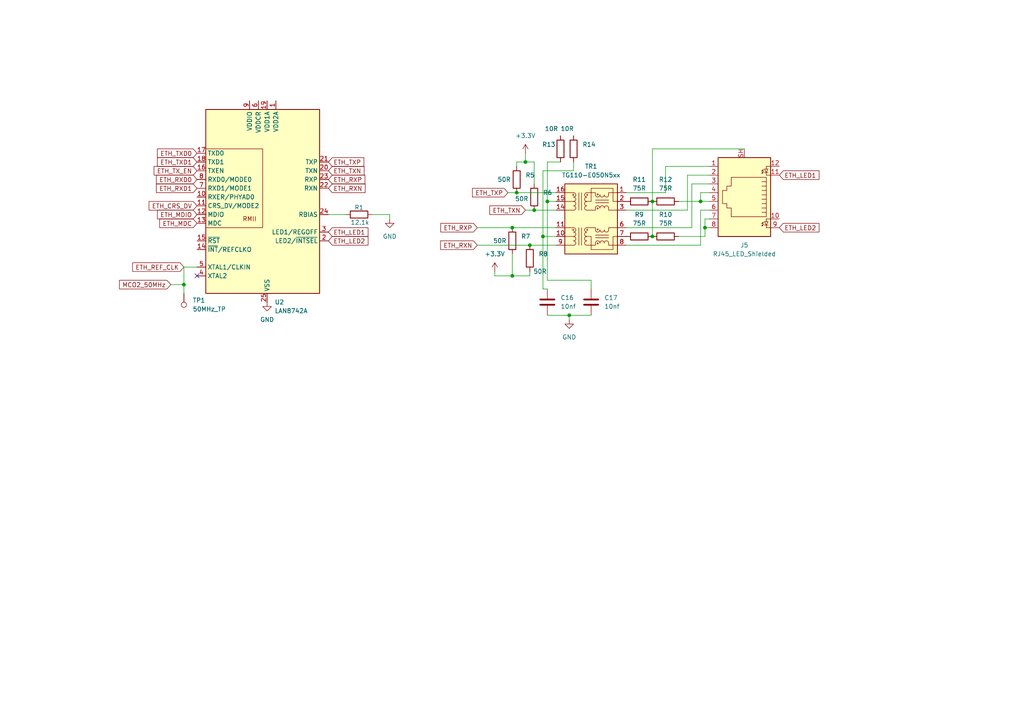
<source format=kicad_sch>
(kicad_sch
	(version 20231120)
	(generator "eeschema")
	(generator_version "8.0")
	(uuid "e535275e-f169-4446-8214-fe1c9bcca133")
	(paper "A4")
	(lib_symbols
		(symbol "Connector:RJ45_LED_Shielded"
			(pin_names
				(offset 1.016)
			)
			(exclude_from_sim no)
			(in_bom yes)
			(on_board yes)
			(property "Reference" "J"
				(at -5.08 13.97 0)
				(effects
					(font
						(size 1.27 1.27)
					)
					(justify right)
				)
			)
			(property "Value" "RJ45_LED_Shielded"
				(at 1.27 13.97 0)
				(effects
					(font
						(size 1.27 1.27)
					)
					(justify left)
				)
			)
			(property "Footprint" ""
				(at 0 0.635 90)
				(effects
					(font
						(size 1.27 1.27)
					)
					(hide yes)
				)
			)
			(property "Datasheet" "~"
				(at 0 0.635 90)
				(effects
					(font
						(size 1.27 1.27)
					)
					(hide yes)
				)
			)
			(property "Description" "RJ connector, 8P8C (8 positions 8 connected), two LEDs, Shielded"
				(at 0 0 0)
				(effects
					(font
						(size 1.27 1.27)
					)
					(hide yes)
				)
			)
			(property "ki_keywords" "8P8C RJ socket jack connector led"
				(at 0 0 0)
				(effects
					(font
						(size 1.27 1.27)
					)
					(hide yes)
				)
			)
			(property "ki_fp_filters" "8P8C* RJ45*"
				(at 0 0 0)
				(effects
					(font
						(size 1.27 1.27)
					)
					(hide yes)
				)
			)
			(symbol "RJ45_LED_Shielded_0_1"
				(polyline
					(pts
						(xy -7.62 -7.62) (xy -6.35 -7.62)
					)
					(stroke
						(width 0)
						(type default)
					)
					(fill
						(type none)
					)
				)
				(polyline
					(pts
						(xy -7.62 -5.08) (xy -6.35 -5.08)
					)
					(stroke
						(width 0)
						(type default)
					)
					(fill
						(type none)
					)
				)
				(polyline
					(pts
						(xy -7.62 7.62) (xy -6.35 7.62)
					)
					(stroke
						(width 0)
						(type default)
					)
					(fill
						(type none)
					)
				)
				(polyline
					(pts
						(xy -7.62 10.16) (xy -6.35 10.16)
					)
					(stroke
						(width 0)
						(type default)
					)
					(fill
						(type none)
					)
				)
				(polyline
					(pts
						(xy -6.858 -5.842) (xy -5.842 -5.842)
					)
					(stroke
						(width 0)
						(type default)
					)
					(fill
						(type none)
					)
				)
				(polyline
					(pts
						(xy -6.858 9.398) (xy -5.842 9.398)
					)
					(stroke
						(width 0)
						(type default)
					)
					(fill
						(type none)
					)
				)
				(polyline
					(pts
						(xy -6.35 -7.62) (xy -6.35 -6.858)
					)
					(stroke
						(width 0)
						(type default)
					)
					(fill
						(type none)
					)
				)
				(polyline
					(pts
						(xy -6.35 -5.08) (xy -6.35 -5.842)
					)
					(stroke
						(width 0)
						(type default)
					)
					(fill
						(type none)
					)
				)
				(polyline
					(pts
						(xy -6.35 7.62) (xy -6.35 8.382)
					)
					(stroke
						(width 0)
						(type default)
					)
					(fill
						(type none)
					)
				)
				(polyline
					(pts
						(xy -6.35 10.16) (xy -6.35 9.398)
					)
					(stroke
						(width 0)
						(type default)
					)
					(fill
						(type none)
					)
				)
				(polyline
					(pts
						(xy -5.08 -6.223) (xy -5.207 -6.604)
					)
					(stroke
						(width 0)
						(type default)
					)
					(fill
						(type none)
					)
				)
				(polyline
					(pts
						(xy -5.08 -5.588) (xy -5.207 -5.969)
					)
					(stroke
						(width 0)
						(type default)
					)
					(fill
						(type none)
					)
				)
				(polyline
					(pts
						(xy -5.08 4.445) (xy -6.35 4.445)
					)
					(stroke
						(width 0)
						(type default)
					)
					(fill
						(type none)
					)
				)
				(polyline
					(pts
						(xy -5.08 5.715) (xy -6.35 5.715)
					)
					(stroke
						(width 0)
						(type default)
					)
					(fill
						(type none)
					)
				)
				(polyline
					(pts
						(xy -5.08 9.017) (xy -5.207 8.636)
					)
					(stroke
						(width 0)
						(type default)
					)
					(fill
						(type none)
					)
				)
				(polyline
					(pts
						(xy -5.08 9.652) (xy -5.207 9.271)
					)
					(stroke
						(width 0)
						(type default)
					)
					(fill
						(type none)
					)
				)
				(polyline
					(pts
						(xy -6.35 -3.175) (xy -5.08 -3.175) (xy -5.08 -3.175)
					)
					(stroke
						(width 0)
						(type default)
					)
					(fill
						(type none)
					)
				)
				(polyline
					(pts
						(xy -6.35 -1.905) (xy -5.08 -1.905) (xy -5.08 -1.905)
					)
					(stroke
						(width 0)
						(type default)
					)
					(fill
						(type none)
					)
				)
				(polyline
					(pts
						(xy -6.35 -0.635) (xy -5.08 -0.635) (xy -5.08 -0.635)
					)
					(stroke
						(width 0)
						(type default)
					)
					(fill
						(type none)
					)
				)
				(polyline
					(pts
						(xy -6.35 0.635) (xy -5.08 0.635) (xy -5.08 0.635)
					)
					(stroke
						(width 0)
						(type default)
					)
					(fill
						(type none)
					)
				)
				(polyline
					(pts
						(xy -6.35 1.905) (xy -5.08 1.905) (xy -5.08 1.905)
					)
					(stroke
						(width 0)
						(type default)
					)
					(fill
						(type none)
					)
				)
				(polyline
					(pts
						(xy -5.588 -6.731) (xy -5.08 -6.223) (xy -5.461 -6.35)
					)
					(stroke
						(width 0)
						(type default)
					)
					(fill
						(type none)
					)
				)
				(polyline
					(pts
						(xy -5.588 -6.096) (xy -5.08 -5.588) (xy -5.461 -5.715)
					)
					(stroke
						(width 0)
						(type default)
					)
					(fill
						(type none)
					)
				)
				(polyline
					(pts
						(xy -5.588 8.509) (xy -5.08 9.017) (xy -5.461 8.89)
					)
					(stroke
						(width 0)
						(type default)
					)
					(fill
						(type none)
					)
				)
				(polyline
					(pts
						(xy -5.588 9.144) (xy -5.08 9.652) (xy -5.461 9.525)
					)
					(stroke
						(width 0)
						(type default)
					)
					(fill
						(type none)
					)
				)
				(polyline
					(pts
						(xy -5.08 3.175) (xy -6.35 3.175) (xy -6.35 3.175)
					)
					(stroke
						(width 0)
						(type default)
					)
					(fill
						(type none)
					)
				)
				(polyline
					(pts
						(xy -6.35 -5.842) (xy -6.858 -6.858) (xy -5.842 -6.858) (xy -6.35 -5.842)
					)
					(stroke
						(width 0)
						(type default)
					)
					(fill
						(type none)
					)
				)
				(polyline
					(pts
						(xy -6.35 9.398) (xy -6.858 8.382) (xy -5.842 8.382) (xy -6.35 9.398)
					)
					(stroke
						(width 0)
						(type default)
					)
					(fill
						(type none)
					)
				)
				(polyline
					(pts
						(xy -6.35 -4.445) (xy -6.35 6.985) (xy 3.81 6.985) (xy 3.81 4.445) (xy 5.08 4.445) (xy 5.08 3.175)
						(xy 6.35 3.175) (xy 6.35 -0.635) (xy 5.08 -0.635) (xy 5.08 -1.905) (xy 3.81 -1.905) (xy 3.81 -4.445)
						(xy -6.35 -4.445) (xy -6.35 -4.445)
					)
					(stroke
						(width 0)
						(type default)
					)
					(fill
						(type none)
					)
				)
				(rectangle
					(start 7.62 12.7)
					(end -7.62 -10.16)
					(stroke
						(width 0.254)
						(type default)
					)
					(fill
						(type background)
					)
				)
			)
			(symbol "RJ45_LED_Shielded_1_1"
				(pin passive line
					(at 10.16 -7.62 180)
					(length 2.54)
					(name "~"
						(effects
							(font
								(size 1.27 1.27)
							)
						)
					)
					(number "1"
						(effects
							(font
								(size 1.27 1.27)
							)
						)
					)
				)
				(pin passive line
					(at -10.16 7.62 0)
					(length 2.54)
					(name "~"
						(effects
							(font
								(size 1.27 1.27)
							)
						)
					)
					(number "10"
						(effects
							(font
								(size 1.27 1.27)
							)
						)
					)
				)
				(pin passive line
					(at -10.16 -5.08 0)
					(length 2.54)
					(name "~"
						(effects
							(font
								(size 1.27 1.27)
							)
						)
					)
					(number "11"
						(effects
							(font
								(size 1.27 1.27)
							)
						)
					)
				)
				(pin passive line
					(at -10.16 -7.62 0)
					(length 2.54)
					(name "~"
						(effects
							(font
								(size 1.27 1.27)
							)
						)
					)
					(number "12"
						(effects
							(font
								(size 1.27 1.27)
							)
						)
					)
				)
				(pin passive line
					(at 10.16 -5.08 180)
					(length 2.54)
					(name "~"
						(effects
							(font
								(size 1.27 1.27)
							)
						)
					)
					(number "2"
						(effects
							(font
								(size 1.27 1.27)
							)
						)
					)
				)
				(pin passive line
					(at 10.16 -2.54 180)
					(length 2.54)
					(name "~"
						(effects
							(font
								(size 1.27 1.27)
							)
						)
					)
					(number "3"
						(effects
							(font
								(size 1.27 1.27)
							)
						)
					)
				)
				(pin passive line
					(at 10.16 0 180)
					(length 2.54)
					(name "~"
						(effects
							(font
								(size 1.27 1.27)
							)
						)
					)
					(number "4"
						(effects
							(font
								(size 1.27 1.27)
							)
						)
					)
				)
				(pin passive line
					(at 10.16 2.54 180)
					(length 2.54)
					(name "~"
						(effects
							(font
								(size 1.27 1.27)
							)
						)
					)
					(number "5"
						(effects
							(font
								(size 1.27 1.27)
							)
						)
					)
				)
				(pin passive line
					(at 10.16 5.08 180)
					(length 2.54)
					(name "~"
						(effects
							(font
								(size 1.27 1.27)
							)
						)
					)
					(number "6"
						(effects
							(font
								(size 1.27 1.27)
							)
						)
					)
				)
				(pin passive line
					(at 10.16 7.62 180)
					(length 2.54)
					(name "~"
						(effects
							(font
								(size 1.27 1.27)
							)
						)
					)
					(number "7"
						(effects
							(font
								(size 1.27 1.27)
							)
						)
					)
				)
				(pin passive line
					(at 10.16 10.16 180)
					(length 2.54)
					(name "~"
						(effects
							(font
								(size 1.27 1.27)
							)
						)
					)
					(number "8"
						(effects
							(font
								(size 1.27 1.27)
							)
						)
					)
				)
				(pin passive line
					(at -10.16 10.16 0)
					(length 2.54)
					(name "~"
						(effects
							(font
								(size 1.27 1.27)
							)
						)
					)
					(number "9"
						(effects
							(font
								(size 1.27 1.27)
							)
						)
					)
				)
				(pin passive line
					(at 0 -12.7 90)
					(length 2.54)
					(name "~"
						(effects
							(font
								(size 1.27 1.27)
							)
						)
					)
					(number "SH"
						(effects
							(font
								(size 1.27 1.27)
							)
						)
					)
				)
			)
		)
		(symbol "Connector:TestPoint"
			(pin_numbers hide)
			(pin_names
				(offset 0.762) hide)
			(exclude_from_sim no)
			(in_bom yes)
			(on_board yes)
			(property "Reference" "TP"
				(at 0 6.858 0)
				(effects
					(font
						(size 1.27 1.27)
					)
				)
			)
			(property "Value" "TestPoint"
				(at 0 5.08 0)
				(effects
					(font
						(size 1.27 1.27)
					)
				)
			)
			(property "Footprint" ""
				(at 5.08 0 0)
				(effects
					(font
						(size 1.27 1.27)
					)
					(hide yes)
				)
			)
			(property "Datasheet" "~"
				(at 5.08 0 0)
				(effects
					(font
						(size 1.27 1.27)
					)
					(hide yes)
				)
			)
			(property "Description" "test point"
				(at 0 0 0)
				(effects
					(font
						(size 1.27 1.27)
					)
					(hide yes)
				)
			)
			(property "ki_keywords" "test point tp"
				(at 0 0 0)
				(effects
					(font
						(size 1.27 1.27)
					)
					(hide yes)
				)
			)
			(property "ki_fp_filters" "Pin* Test*"
				(at 0 0 0)
				(effects
					(font
						(size 1.27 1.27)
					)
					(hide yes)
				)
			)
			(symbol "TestPoint_0_1"
				(circle
					(center 0 3.302)
					(radius 0.762)
					(stroke
						(width 0)
						(type default)
					)
					(fill
						(type none)
					)
				)
			)
			(symbol "TestPoint_1_1"
				(pin passive line
					(at 0 0 90)
					(length 2.54)
					(name "1"
						(effects
							(font
								(size 1.27 1.27)
							)
						)
					)
					(number "1"
						(effects
							(font
								(size 1.27 1.27)
							)
						)
					)
				)
			)
		)
		(symbol "Device:C"
			(pin_numbers hide)
			(pin_names
				(offset 0.254)
			)
			(exclude_from_sim no)
			(in_bom yes)
			(on_board yes)
			(property "Reference" "C"
				(at 0.635 2.54 0)
				(effects
					(font
						(size 1.27 1.27)
					)
					(justify left)
				)
			)
			(property "Value" "C"
				(at 0.635 -2.54 0)
				(effects
					(font
						(size 1.27 1.27)
					)
					(justify left)
				)
			)
			(property "Footprint" ""
				(at 0.9652 -3.81 0)
				(effects
					(font
						(size 1.27 1.27)
					)
					(hide yes)
				)
			)
			(property "Datasheet" "~"
				(at 0 0 0)
				(effects
					(font
						(size 1.27 1.27)
					)
					(hide yes)
				)
			)
			(property "Description" "Unpolarized capacitor"
				(at 0 0 0)
				(effects
					(font
						(size 1.27 1.27)
					)
					(hide yes)
				)
			)
			(property "ki_keywords" "cap capacitor"
				(at 0 0 0)
				(effects
					(font
						(size 1.27 1.27)
					)
					(hide yes)
				)
			)
			(property "ki_fp_filters" "C_*"
				(at 0 0 0)
				(effects
					(font
						(size 1.27 1.27)
					)
					(hide yes)
				)
			)
			(symbol "C_0_1"
				(polyline
					(pts
						(xy -2.032 -0.762) (xy 2.032 -0.762)
					)
					(stroke
						(width 0.508)
						(type default)
					)
					(fill
						(type none)
					)
				)
				(polyline
					(pts
						(xy -2.032 0.762) (xy 2.032 0.762)
					)
					(stroke
						(width 0.508)
						(type default)
					)
					(fill
						(type none)
					)
				)
			)
			(symbol "C_1_1"
				(pin passive line
					(at 0 3.81 270)
					(length 2.794)
					(name "~"
						(effects
							(font
								(size 1.27 1.27)
							)
						)
					)
					(number "1"
						(effects
							(font
								(size 1.27 1.27)
							)
						)
					)
				)
				(pin passive line
					(at 0 -3.81 90)
					(length 2.794)
					(name "~"
						(effects
							(font
								(size 1.27 1.27)
							)
						)
					)
					(number "2"
						(effects
							(font
								(size 1.27 1.27)
							)
						)
					)
				)
			)
		)
		(symbol "Device:R"
			(pin_numbers hide)
			(pin_names
				(offset 0)
			)
			(exclude_from_sim no)
			(in_bom yes)
			(on_board yes)
			(property "Reference" "R"
				(at 2.032 0 90)
				(effects
					(font
						(size 1.27 1.27)
					)
				)
			)
			(property "Value" "R"
				(at 0 0 90)
				(effects
					(font
						(size 1.27 1.27)
					)
				)
			)
			(property "Footprint" ""
				(at -1.778 0 90)
				(effects
					(font
						(size 1.27 1.27)
					)
					(hide yes)
				)
			)
			(property "Datasheet" "~"
				(at 0 0 0)
				(effects
					(font
						(size 1.27 1.27)
					)
					(hide yes)
				)
			)
			(property "Description" "Resistor"
				(at 0 0 0)
				(effects
					(font
						(size 1.27 1.27)
					)
					(hide yes)
				)
			)
			(property "ki_keywords" "R res resistor"
				(at 0 0 0)
				(effects
					(font
						(size 1.27 1.27)
					)
					(hide yes)
				)
			)
			(property "ki_fp_filters" "R_*"
				(at 0 0 0)
				(effects
					(font
						(size 1.27 1.27)
					)
					(hide yes)
				)
			)
			(symbol "R_0_1"
				(rectangle
					(start -1.016 -2.54)
					(end 1.016 2.54)
					(stroke
						(width 0.254)
						(type default)
					)
					(fill
						(type none)
					)
				)
			)
			(symbol "R_1_1"
				(pin passive line
					(at 0 3.81 270)
					(length 1.27)
					(name "~"
						(effects
							(font
								(size 1.27 1.27)
							)
						)
					)
					(number "1"
						(effects
							(font
								(size 1.27 1.27)
							)
						)
					)
				)
				(pin passive line
					(at 0 -3.81 90)
					(length 1.27)
					(name "~"
						(effects
							(font
								(size 1.27 1.27)
							)
						)
					)
					(number "2"
						(effects
							(font
								(size 1.27 1.27)
							)
						)
					)
				)
			)
		)
		(symbol "Interface_Ethernet:LAN8742A"
			(exclude_from_sim no)
			(in_bom yes)
			(on_board yes)
			(property "Reference" "U"
				(at -13.97 29.21 0)
				(effects
					(font
						(size 1.27 1.27)
					)
					(justify right)
				)
			)
			(property "Value" "LAN8742A"
				(at 15.24 29.21 0)
				(effects
					(font
						(size 1.27 1.27)
					)
					(justify right)
				)
			)
			(property "Footprint" "Package_DFN_QFN:VQFN-24-1EP_4x4mm_P0.5mm_EP2.5x2.5mm_ThermalVias"
				(at 1.27 -26.67 0)
				(effects
					(font
						(size 1.27 1.27)
					)
					(justify left)
					(hide yes)
				)
			)
			(property "Datasheet" "http://ww1.microchip.com/downloads/en/DeviceDoc/8742a.pdf"
				(at 0 -39.37 0)
				(effects
					(font
						(size 1.27 1.27)
					)
					(hide yes)
				)
			)
			(property "Description" "LAN8720 Ethernet PHY with RMII interface, QFN-24"
				(at 0 0 0)
				(effects
					(font
						(size 1.27 1.27)
					)
					(hide yes)
				)
			)
			(property "ki_keywords" "ETH PHY RMII"
				(at 0 0 0)
				(effects
					(font
						(size 1.27 1.27)
					)
					(hide yes)
				)
			)
			(property "ki_fp_filters" "VQFN*1EP*4x4mm*P0.5mm*"
				(at 0 0 0)
				(effects
					(font
						(size 1.27 1.27)
					)
					(hide yes)
				)
			)
			(symbol "LAN8742A_0_0"
				(text "RMII"
					(at -5.08 -3.81 0)
					(effects
						(font
							(size 1.27 1.27)
						)
					)
				)
			)
			(symbol "LAN8742A_0_1"
				(rectangle
					(start -17.78 27.94)
					(end 15.24 -25.4)
					(stroke
						(width 0.254)
						(type default)
					)
					(fill
						(type background)
					)
				)
				(polyline
					(pts
						(xy -17.78 -6.35) (xy -1.27 -6.35) (xy -1.27 16.51) (xy -17.78 16.51)
					)
					(stroke
						(width 0)
						(type default)
					)
					(fill
						(type none)
					)
				)
			)
			(symbol "LAN8742A_1_1"
				(pin power_in line
					(at 2.54 30.48 270)
					(length 2.54)
					(name "VDD2A"
						(effects
							(font
								(size 1.27 1.27)
							)
						)
					)
					(number "1"
						(effects
							(font
								(size 1.27 1.27)
							)
						)
					)
				)
				(pin output line
					(at -20.32 2.54 0)
					(length 2.54)
					(name "RXER/PHYAD0"
						(effects
							(font
								(size 1.27 1.27)
							)
						)
					)
					(number "10"
						(effects
							(font
								(size 1.27 1.27)
							)
						)
					)
				)
				(pin bidirectional line
					(at -20.32 0 0)
					(length 2.54)
					(name "CRS_DV/MODE2"
						(effects
							(font
								(size 1.27 1.27)
							)
						)
					)
					(number "11"
						(effects
							(font
								(size 1.27 1.27)
							)
						)
					)
				)
				(pin bidirectional line
					(at -20.32 -2.54 0)
					(length 2.54)
					(name "MDIO"
						(effects
							(font
								(size 1.27 1.27)
							)
						)
					)
					(number "12"
						(effects
							(font
								(size 1.27 1.27)
							)
						)
					)
				)
				(pin input line
					(at -20.32 -5.08 0)
					(length 2.54)
					(name "MDC"
						(effects
							(font
								(size 1.27 1.27)
							)
						)
					)
					(number "13"
						(effects
							(font
								(size 1.27 1.27)
							)
						)
					)
				)
				(pin output line
					(at -20.32 -12.7 0)
					(length 2.54)
					(name "~{INT}/REFCLKO"
						(effects
							(font
								(size 1.27 1.27)
							)
						)
					)
					(number "14"
						(effects
							(font
								(size 1.27 1.27)
							)
						)
					)
				)
				(pin input line
					(at -20.32 -10.16 0)
					(length 2.54)
					(name "~{RST}"
						(effects
							(font
								(size 1.27 1.27)
							)
						)
					)
					(number "15"
						(effects
							(font
								(size 1.27 1.27)
							)
						)
					)
				)
				(pin input line
					(at -20.32 10.16 0)
					(length 2.54)
					(name "TXEN"
						(effects
							(font
								(size 1.27 1.27)
							)
						)
					)
					(number "16"
						(effects
							(font
								(size 1.27 1.27)
							)
						)
					)
				)
				(pin input line
					(at -20.32 15.24 0)
					(length 2.54)
					(name "TXD0"
						(effects
							(font
								(size 1.27 1.27)
							)
						)
					)
					(number "17"
						(effects
							(font
								(size 1.27 1.27)
							)
						)
					)
				)
				(pin input line
					(at -20.32 12.7 0)
					(length 2.54)
					(name "TXD1"
						(effects
							(font
								(size 1.27 1.27)
							)
						)
					)
					(number "18"
						(effects
							(font
								(size 1.27 1.27)
							)
						)
					)
				)
				(pin power_in line
					(at 0 30.48 270)
					(length 2.54)
					(name "VDD1A"
						(effects
							(font
								(size 1.27 1.27)
							)
						)
					)
					(number "19"
						(effects
							(font
								(size 1.27 1.27)
							)
						)
					)
				)
				(pin bidirectional line
					(at 17.78 -10.16 180)
					(length 2.54)
					(name "LED2/~{INTSEL}"
						(effects
							(font
								(size 1.27 1.27)
							)
						)
					)
					(number "2"
						(effects
							(font
								(size 1.27 1.27)
							)
						)
					)
					(alternate "~{INT}/~{INTSEL}" output line)
					(alternate "~{PME}/~{INTSEL}" output line)
				)
				(pin passive line
					(at 17.78 10.16 180)
					(length 2.54)
					(name "TXN"
						(effects
							(font
								(size 1.27 1.27)
							)
						)
					)
					(number "20"
						(effects
							(font
								(size 1.27 1.27)
							)
						)
					)
				)
				(pin passive line
					(at 17.78 12.7 180)
					(length 2.54)
					(name "TXP"
						(effects
							(font
								(size 1.27 1.27)
							)
						)
					)
					(number "21"
						(effects
							(font
								(size 1.27 1.27)
							)
						)
					)
				)
				(pin passive line
					(at 17.78 5.08 180)
					(length 2.54)
					(name "RXN"
						(effects
							(font
								(size 1.27 1.27)
							)
						)
					)
					(number "22"
						(effects
							(font
								(size 1.27 1.27)
							)
						)
					)
				)
				(pin passive line
					(at 17.78 7.62 180)
					(length 2.54)
					(name "RXP"
						(effects
							(font
								(size 1.27 1.27)
							)
						)
					)
					(number "23"
						(effects
							(font
								(size 1.27 1.27)
							)
						)
					)
				)
				(pin passive line
					(at 17.78 -2.54 180)
					(length 2.54)
					(name "RBIAS"
						(effects
							(font
								(size 1.27 1.27)
							)
						)
					)
					(number "24"
						(effects
							(font
								(size 1.27 1.27)
							)
						)
					)
				)
				(pin power_in line
					(at 0 -27.94 90)
					(length 2.54)
					(name "VSS"
						(effects
							(font
								(size 1.27 1.27)
							)
						)
					)
					(number "25"
						(effects
							(font
								(size 1.27 1.27)
							)
						)
					)
				)
				(pin bidirectional line
					(at 17.78 -7.62 180)
					(length 2.54)
					(name "LED1/REGOFF"
						(effects
							(font
								(size 1.27 1.27)
							)
						)
					)
					(number "3"
						(effects
							(font
								(size 1.27 1.27)
							)
						)
					)
					(alternate "~{INT}/REGOFF" bidirectional line)
					(alternate "~{PME}/REGOFF" bidirectional line)
				)
				(pin output line
					(at -20.32 -20.32 0)
					(length 2.54)
					(name "XTAL2"
						(effects
							(font
								(size 1.27 1.27)
							)
						)
					)
					(number "4"
						(effects
							(font
								(size 1.27 1.27)
							)
						)
					)
				)
				(pin input line
					(at -20.32 -17.78 0)
					(length 2.54)
					(name "XTAL1/CLKIN"
						(effects
							(font
								(size 1.27 1.27)
							)
						)
					)
					(number "5"
						(effects
							(font
								(size 1.27 1.27)
							)
						)
					)
				)
				(pin power_in line
					(at -2.54 30.48 270)
					(length 2.54)
					(name "VDDCR"
						(effects
							(font
								(size 1.27 1.27)
							)
						)
					)
					(number "6"
						(effects
							(font
								(size 1.27 1.27)
							)
						)
					)
				)
				(pin bidirectional line
					(at -20.32 5.08 0)
					(length 2.54)
					(name "RXD1/MODE1"
						(effects
							(font
								(size 1.27 1.27)
							)
						)
					)
					(number "7"
						(effects
							(font
								(size 1.27 1.27)
							)
						)
					)
				)
				(pin bidirectional line
					(at -20.32 7.62 0)
					(length 2.54)
					(name "RXD0/MODE0"
						(effects
							(font
								(size 1.27 1.27)
							)
						)
					)
					(number "8"
						(effects
							(font
								(size 1.27 1.27)
							)
						)
					)
				)
				(pin power_in line
					(at -5.08 30.48 270)
					(length 2.54)
					(name "VDDIO"
						(effects
							(font
								(size 1.27 1.27)
							)
						)
					)
					(number "9"
						(effects
							(font
								(size 1.27 1.27)
							)
						)
					)
				)
			)
		)
		(symbol "Transformer:TG110-E050N5xx"
			(pin_names hide)
			(exclude_from_sim no)
			(in_bom yes)
			(on_board yes)
			(property "Reference" "TR"
				(at 0 10.795 0)
				(effects
					(font
						(size 1.27 1.27)
					)
				)
			)
			(property "Value" "TG110-E050N5xx"
				(at 0 -10.795 0)
				(effects
					(font
						(size 1.27 1.27)
					)
				)
			)
			(property "Footprint" "Transformer_SMD:Transformer_Ethernet_Halo_N5_SO-16_7.11x12.7mm"
				(at 0 -21.59 0)
				(effects
					(font
						(size 1.27 1.27)
					)
					(hide yes)
				)
			)
			(property "Datasheet" "https://www.haloelectronics.com/pdf/discrete-ultra-100baset.pdf"
				(at 0 21.59 0)
				(effects
					(font
						(size 1.27 1.27)
					)
					(hide yes)
				)
			)
			(property "Description" "Ethernet LAN 10/100 Base-Tx Transformer"
				(at 0 0 0)
				(effects
					(font
						(size 1.27 1.27)
					)
					(hide yes)
				)
			)
			(property "ki_keywords" "single port ethernet transformer"
				(at 0 0 0)
				(effects
					(font
						(size 1.27 1.27)
					)
					(hide yes)
				)
			)
			(property "ki_fp_filters" "Transformer*Ethernet*Halo*N5*"
				(at 0 0 0)
				(effects
					(font
						(size 1.27 1.27)
					)
					(hide yes)
				)
			)
			(symbol "TG110-E050N5xx_0_1"
				(rectangle
					(start -7.62 10.16)
					(end 7.62 -10.16)
					(stroke
						(width 0.254)
						(type default)
					)
					(fill
						(type background)
					)
				)
				(circle
					(center -5.207 -3.175)
					(radius 0.1778)
					(stroke
						(width 0)
						(type default)
					)
					(fill
						(type none)
					)
				)
				(arc
					(start -5.08 -3.81)
					(mid -4.4477 -3.175)
					(end -5.08 -2.54)
					(stroke
						(width 0)
						(type default)
					)
					(fill
						(type none)
					)
				)
				(polyline
					(pts
						(xy -5.08 -7.62) (xy -7.62 -7.62)
					)
					(stroke
						(width 0)
						(type default)
					)
					(fill
						(type none)
					)
				)
				(polyline
					(pts
						(xy -5.08 -5.08) (xy -7.62 -5.08)
					)
					(stroke
						(width 0)
						(type default)
					)
					(fill
						(type none)
					)
				)
				(polyline
					(pts
						(xy -5.08 -2.54) (xy -7.62 -2.54)
					)
					(stroke
						(width 0)
						(type default)
					)
					(fill
						(type none)
					)
				)
				(polyline
					(pts
						(xy -3.556 -7.62) (xy -3.556 -2.54)
					)
					(stroke
						(width 0)
						(type default)
					)
					(fill
						(type none)
					)
				)
				(polyline
					(pts
						(xy -3.556 7.62) (xy -3.556 2.54)
					)
					(stroke
						(width 0)
						(type default)
					)
					(fill
						(type none)
					)
				)
				(polyline
					(pts
						(xy -2.794 -2.54) (xy -2.794 -7.62)
					)
					(stroke
						(width 0)
						(type default)
					)
					(fill
						(type none)
					)
				)
				(polyline
					(pts
						(xy -2.794 2.54) (xy -2.794 7.62)
					)
					(stroke
						(width 0)
						(type default)
					)
					(fill
						(type none)
					)
				)
				(polyline
					(pts
						(xy 1.27 -5.461) (xy 5.08 -5.461)
					)
					(stroke
						(width 0)
						(type default)
					)
					(fill
						(type none)
					)
				)
				(polyline
					(pts
						(xy 1.27 -4.699) (xy 5.08 -4.699)
					)
					(stroke
						(width 0)
						(type default)
					)
					(fill
						(type none)
					)
				)
				(polyline
					(pts
						(xy -1.27 -7.62) (xy 1.27 -7.62) (xy 1.27 -6.985)
					)
					(stroke
						(width 0)
						(type default)
					)
					(fill
						(type none)
					)
				)
				(polyline
					(pts
						(xy 1.27 -3.175) (xy 1.27 -2.54) (xy -1.27 -2.54)
					)
					(stroke
						(width 0)
						(type default)
					)
					(fill
						(type none)
					)
				)
				(polyline
					(pts
						(xy 5.08 -6.985) (xy 5.08 -7.62) (xy 7.62 -7.62)
					)
					(stroke
						(width 0)
						(type default)
					)
					(fill
						(type none)
					)
				)
				(polyline
					(pts
						(xy 5.08 -3.175) (xy 5.08 -2.54) (xy 7.62 -2.54)
					)
					(stroke
						(width 0)
						(type default)
					)
					(fill
						(type none)
					)
				)
				(polyline
					(pts
						(xy -1.27 -5.08) (xy 0 -5.08) (xy 0 -8.89) (xy 6.35 -8.89) (xy 6.35 -5.08) (xy 7.62 -5.08)
					)
					(stroke
						(width 0)
						(type default)
					)
					(fill
						(type none)
					)
				)
			)
			(symbol "TG110-E050N5xx_1_1"
				(circle
					(center -5.207 6.985)
					(radius 0.1778)
					(stroke
						(width 0)
						(type default)
					)
					(fill
						(type none)
					)
				)
				(arc
					(start -5.08 -7.62)
					(mid -4.4477 -6.985)
					(end -5.08 -6.35)
					(stroke
						(width 0)
						(type default)
					)
					(fill
						(type none)
					)
				)
				(arc
					(start -5.08 -6.35)
					(mid -4.4477 -5.715)
					(end -5.08 -5.08)
					(stroke
						(width 0)
						(type default)
					)
					(fill
						(type none)
					)
				)
				(arc
					(start -5.08 -5.08)
					(mid -4.4477 -4.445)
					(end -5.08 -3.81)
					(stroke
						(width 0)
						(type default)
					)
					(fill
						(type none)
					)
				)
				(arc
					(start -5.08 2.54)
					(mid -4.4477 3.175)
					(end -5.08 3.81)
					(stroke
						(width 0)
						(type default)
					)
					(fill
						(type none)
					)
				)
				(arc
					(start -5.08 3.81)
					(mid -4.4477 4.445)
					(end -5.08 5.08)
					(stroke
						(width 0)
						(type default)
					)
					(fill
						(type none)
					)
				)
				(arc
					(start -5.08 5.08)
					(mid -4.4477 5.715)
					(end -5.08 6.35)
					(stroke
						(width 0)
						(type default)
					)
					(fill
						(type none)
					)
				)
				(arc
					(start -5.08 6.35)
					(mid -4.4477 6.985)
					(end -5.08 7.62)
					(stroke
						(width 0)
						(type default)
					)
					(fill
						(type none)
					)
				)
				(arc
					(start -1.27 -6.35)
					(mid -1.9023 -6.985)
					(end -1.27 -7.62)
					(stroke
						(width 0)
						(type default)
					)
					(fill
						(type none)
					)
				)
				(arc
					(start -1.27 -5.08)
					(mid -1.9023 -5.715)
					(end -1.27 -6.35)
					(stroke
						(width 0)
						(type default)
					)
					(fill
						(type none)
					)
				)
				(arc
					(start -1.27 -3.81)
					(mid -1.9023 -4.445)
					(end -1.27 -5.08)
					(stroke
						(width 0)
						(type default)
					)
					(fill
						(type none)
					)
				)
				(arc
					(start -1.27 -2.54)
					(mid -1.9023 -3.175)
					(end -1.27 -3.81)
					(stroke
						(width 0)
						(type default)
					)
					(fill
						(type none)
					)
				)
				(arc
					(start -1.27 3.81)
					(mid -1.9023 3.175)
					(end -1.27 2.54)
					(stroke
						(width 0)
						(type default)
					)
					(fill
						(type none)
					)
				)
				(arc
					(start -1.27 5.08)
					(mid -1.9023 4.445)
					(end -1.27 3.81)
					(stroke
						(width 0)
						(type default)
					)
					(fill
						(type none)
					)
				)
				(arc
					(start -1.27 6.35)
					(mid -1.9023 5.715)
					(end -1.27 5.08)
					(stroke
						(width 0)
						(type default)
					)
					(fill
						(type none)
					)
				)
				(arc
					(start -1.27 7.62)
					(mid -1.9023 6.985)
					(end -1.27 6.35)
					(stroke
						(width 0)
						(type default)
					)
					(fill
						(type none)
					)
				)
				(circle
					(center -1.143 -3.175)
					(radius 0.1778)
					(stroke
						(width 0)
						(type default)
					)
					(fill
						(type none)
					)
				)
				(circle
					(center -1.143 6.985)
					(radius 0.1778)
					(stroke
						(width 0)
						(type default)
					)
					(fill
						(type none)
					)
				)
				(polyline
					(pts
						(xy -5.08 2.54) (xy -7.62 2.54)
					)
					(stroke
						(width 0)
						(type default)
					)
					(fill
						(type none)
					)
				)
				(polyline
					(pts
						(xy -5.08 5.08) (xy -7.62 5.08)
					)
					(stroke
						(width 0)
						(type default)
					)
					(fill
						(type none)
					)
				)
				(polyline
					(pts
						(xy -5.08 7.62) (xy -7.62 7.62)
					)
					(stroke
						(width 0)
						(type default)
					)
					(fill
						(type none)
					)
				)
				(polyline
					(pts
						(xy 1.27 4.699) (xy 5.08 4.699)
					)
					(stroke
						(width 0)
						(type default)
					)
					(fill
						(type none)
					)
				)
				(polyline
					(pts
						(xy 1.27 5.461) (xy 5.08 5.461)
					)
					(stroke
						(width 0)
						(type default)
					)
					(fill
						(type none)
					)
				)
				(polyline
					(pts
						(xy -1.27 2.54) (xy 1.27 2.54) (xy 1.27 3.175)
					)
					(stroke
						(width 0)
						(type default)
					)
					(fill
						(type none)
					)
				)
				(polyline
					(pts
						(xy 1.27 6.985) (xy 1.27 7.62) (xy -1.27 7.62)
					)
					(stroke
						(width 0)
						(type default)
					)
					(fill
						(type none)
					)
				)
				(polyline
					(pts
						(xy 5.08 3.175) (xy 5.08 2.54) (xy 7.62 2.54)
					)
					(stroke
						(width 0)
						(type default)
					)
					(fill
						(type none)
					)
				)
				(polyline
					(pts
						(xy 5.08 6.985) (xy 5.08 7.62) (xy 7.62 7.62)
					)
					(stroke
						(width 0)
						(type default)
					)
					(fill
						(type none)
					)
				)
				(polyline
					(pts
						(xy 7.62 5.08) (xy 6.35 5.08) (xy 6.35 8.89) (xy 0 8.89) (xy 0 5.08) (xy -1.27 5.08)
					)
					(stroke
						(width 0)
						(type default)
					)
					(fill
						(type none)
					)
				)
				(arc
					(start 1.27 -3.175)
					(mid 1.905 -3.8073)
					(end 2.54 -3.175)
					(stroke
						(width 0)
						(type default)
					)
					(fill
						(type none)
					)
				)
				(arc
					(start 1.27 6.985)
					(mid 1.905 6.3527)
					(end 2.54 6.985)
					(stroke
						(width 0)
						(type default)
					)
					(fill
						(type none)
					)
				)
				(circle
					(center 1.905 -7.112)
					(radius 0.1778)
					(stroke
						(width 0)
						(type default)
					)
					(fill
						(type none)
					)
				)
				(circle
					(center 1.905 -3.048)
					(radius 0.1778)
					(stroke
						(width 0)
						(type default)
					)
					(fill
						(type none)
					)
				)
				(circle
					(center 1.905 3.048)
					(radius 0.1778)
					(stroke
						(width 0)
						(type default)
					)
					(fill
						(type none)
					)
				)
				(circle
					(center 1.905 7.112)
					(radius 0.1778)
					(stroke
						(width 0)
						(type default)
					)
					(fill
						(type none)
					)
				)
				(arc
					(start 2.54 -6.985)
					(mid 1.905 -6.3527)
					(end 1.27 -6.985)
					(stroke
						(width 0)
						(type default)
					)
					(fill
						(type none)
					)
				)
				(arc
					(start 2.54 -3.175)
					(mid 3.175 -3.8073)
					(end 3.81 -3.175)
					(stroke
						(width 0)
						(type default)
					)
					(fill
						(type none)
					)
				)
				(arc
					(start 2.54 3.175)
					(mid 1.905 3.8073)
					(end 1.27 3.175)
					(stroke
						(width 0)
						(type default)
					)
					(fill
						(type none)
					)
				)
				(arc
					(start 2.54 6.985)
					(mid 3.175 6.3527)
					(end 3.81 6.985)
					(stroke
						(width 0)
						(type default)
					)
					(fill
						(type none)
					)
				)
				(arc
					(start 3.81 -6.985)
					(mid 3.175 -6.3527)
					(end 2.54 -6.985)
					(stroke
						(width 0)
						(type default)
					)
					(fill
						(type none)
					)
				)
				(arc
					(start 3.81 -3.175)
					(mid 4.445 -3.8073)
					(end 5.08 -3.175)
					(stroke
						(width 0)
						(type default)
					)
					(fill
						(type none)
					)
				)
				(arc
					(start 3.81 3.175)
					(mid 3.175 3.8073)
					(end 2.54 3.175)
					(stroke
						(width 0)
						(type default)
					)
					(fill
						(type none)
					)
				)
				(arc
					(start 3.81 6.985)
					(mid 4.445 6.3527)
					(end 5.08 6.985)
					(stroke
						(width 0)
						(type default)
					)
					(fill
						(type none)
					)
				)
				(arc
					(start 5.08 -6.985)
					(mid 4.445 -6.3527)
					(end 3.81 -6.985)
					(stroke
						(width 0)
						(type default)
					)
					(fill
						(type none)
					)
				)
				(arc
					(start 5.08 3.175)
					(mid 4.445 3.8073)
					(end 3.81 3.175)
					(stroke
						(width 0)
						(type default)
					)
					(fill
						(type none)
					)
				)
				(pin passive line
					(at 10.16 7.62 180)
					(length 2.54)
					(name "TX-"
						(effects
							(font
								(size 1.27 1.27)
							)
						)
					)
					(number "1"
						(effects
							(font
								(size 1.27 1.27)
							)
						)
					)
				)
				(pin passive line
					(at -10.16 -5.08 0)
					(length 2.54)
					(name "C_RD"
						(effects
							(font
								(size 1.27 1.27)
							)
						)
					)
					(number "10"
						(effects
							(font
								(size 1.27 1.27)
							)
						)
					)
				)
				(pin passive line
					(at -10.16 -2.54 0)
					(length 2.54)
					(name "RD-"
						(effects
							(font
								(size 1.27 1.27)
							)
						)
					)
					(number "11"
						(effects
							(font
								(size 1.27 1.27)
							)
						)
					)
				)
				(pin no_connect line
					(at -2.54 -10.16 90)
					(length 2.54) hide
					(name "NC"
						(effects
							(font
								(size 1.27 1.27)
							)
						)
					)
					(number "12"
						(effects
							(font
								(size 1.27 1.27)
							)
						)
					)
				)
				(pin no_connect line
					(at 2.54 -10.16 90)
					(length 2.54) hide
					(name "NC"
						(effects
							(font
								(size 1.27 1.27)
							)
						)
					)
					(number "13"
						(effects
							(font
								(size 1.27 1.27)
							)
						)
					)
				)
				(pin passive line
					(at -10.16 2.54 0)
					(length 2.54)
					(name "TD+"
						(effects
							(font
								(size 1.27 1.27)
							)
						)
					)
					(number "14"
						(effects
							(font
								(size 1.27 1.27)
							)
						)
					)
				)
				(pin passive line
					(at -10.16 5.08 0)
					(length 2.54)
					(name "C_TD"
						(effects
							(font
								(size 1.27 1.27)
							)
						)
					)
					(number "15"
						(effects
							(font
								(size 1.27 1.27)
							)
						)
					)
				)
				(pin passive line
					(at -10.16 7.62 0)
					(length 2.54)
					(name "TD-"
						(effects
							(font
								(size 1.27 1.27)
							)
						)
					)
					(number "16"
						(effects
							(font
								(size 1.27 1.27)
							)
						)
					)
				)
				(pin passive line
					(at 10.16 5.08 180)
					(length 2.54)
					(name "C_TX"
						(effects
							(font
								(size 1.27 1.27)
							)
						)
					)
					(number "2"
						(effects
							(font
								(size 1.27 1.27)
							)
						)
					)
				)
				(pin passive line
					(at 10.16 2.54 180)
					(length 2.54)
					(name "TX+"
						(effects
							(font
								(size 1.27 1.27)
							)
						)
					)
					(number "3"
						(effects
							(font
								(size 1.27 1.27)
							)
						)
					)
				)
				(pin no_connect line
					(at -2.54 10.16 270)
					(length 2.54) hide
					(name "NC"
						(effects
							(font
								(size 1.27 1.27)
							)
						)
					)
					(number "4"
						(effects
							(font
								(size 1.27 1.27)
							)
						)
					)
				)
				(pin no_connect line
					(at 2.54 10.16 270)
					(length 2.54) hide
					(name "NC"
						(effects
							(font
								(size 1.27 1.27)
							)
						)
					)
					(number "5"
						(effects
							(font
								(size 1.27 1.27)
							)
						)
					)
				)
				(pin passive line
					(at 10.16 -2.54 180)
					(length 2.54)
					(name "RX-"
						(effects
							(font
								(size 1.27 1.27)
							)
						)
					)
					(number "6"
						(effects
							(font
								(size 1.27 1.27)
							)
						)
					)
				)
				(pin passive line
					(at 10.16 -5.08 180)
					(length 2.54)
					(name "C_RX"
						(effects
							(font
								(size 1.27 1.27)
							)
						)
					)
					(number "7"
						(effects
							(font
								(size 1.27 1.27)
							)
						)
					)
				)
				(pin passive line
					(at 10.16 -7.62 180)
					(length 2.54)
					(name "RX+"
						(effects
							(font
								(size 1.27 1.27)
							)
						)
					)
					(number "8"
						(effects
							(font
								(size 1.27 1.27)
							)
						)
					)
				)
				(pin passive line
					(at -10.16 -7.62 0)
					(length 2.54)
					(name "RD+"
						(effects
							(font
								(size 1.27 1.27)
							)
						)
					)
					(number "9"
						(effects
							(font
								(size 1.27 1.27)
							)
						)
					)
				)
			)
		)
		(symbol "power:+3.3V"
			(power)
			(pin_numbers hide)
			(pin_names
				(offset 0) hide)
			(exclude_from_sim no)
			(in_bom yes)
			(on_board yes)
			(property "Reference" "#PWR"
				(at 0 -3.81 0)
				(effects
					(font
						(size 1.27 1.27)
					)
					(hide yes)
				)
			)
			(property "Value" "+3.3V"
				(at 0 3.556 0)
				(effects
					(font
						(size 1.27 1.27)
					)
				)
			)
			(property "Footprint" ""
				(at 0 0 0)
				(effects
					(font
						(size 1.27 1.27)
					)
					(hide yes)
				)
			)
			(property "Datasheet" ""
				(at 0 0 0)
				(effects
					(font
						(size 1.27 1.27)
					)
					(hide yes)
				)
			)
			(property "Description" "Power symbol creates a global label with name \"+3.3V\""
				(at 0 0 0)
				(effects
					(font
						(size 1.27 1.27)
					)
					(hide yes)
				)
			)
			(property "ki_keywords" "global power"
				(at 0 0 0)
				(effects
					(font
						(size 1.27 1.27)
					)
					(hide yes)
				)
			)
			(symbol "+3.3V_0_1"
				(polyline
					(pts
						(xy -0.762 1.27) (xy 0 2.54)
					)
					(stroke
						(width 0)
						(type default)
					)
					(fill
						(type none)
					)
				)
				(polyline
					(pts
						(xy 0 0) (xy 0 2.54)
					)
					(stroke
						(width 0)
						(type default)
					)
					(fill
						(type none)
					)
				)
				(polyline
					(pts
						(xy 0 2.54) (xy 0.762 1.27)
					)
					(stroke
						(width 0)
						(type default)
					)
					(fill
						(type none)
					)
				)
			)
			(symbol "+3.3V_1_1"
				(pin power_in line
					(at 0 0 90)
					(length 0)
					(name "~"
						(effects
							(font
								(size 1.27 1.27)
							)
						)
					)
					(number "1"
						(effects
							(font
								(size 1.27 1.27)
							)
						)
					)
				)
			)
		)
		(symbol "power:GND"
			(power)
			(pin_numbers hide)
			(pin_names
				(offset 0) hide)
			(exclude_from_sim no)
			(in_bom yes)
			(on_board yes)
			(property "Reference" "#PWR"
				(at 0 -6.35 0)
				(effects
					(font
						(size 1.27 1.27)
					)
					(hide yes)
				)
			)
			(property "Value" "GND"
				(at 0 -3.81 0)
				(effects
					(font
						(size 1.27 1.27)
					)
				)
			)
			(property "Footprint" ""
				(at 0 0 0)
				(effects
					(font
						(size 1.27 1.27)
					)
					(hide yes)
				)
			)
			(property "Datasheet" ""
				(at 0 0 0)
				(effects
					(font
						(size 1.27 1.27)
					)
					(hide yes)
				)
			)
			(property "Description" "Power symbol creates a global label with name \"GND\" , ground"
				(at 0 0 0)
				(effects
					(font
						(size 1.27 1.27)
					)
					(hide yes)
				)
			)
			(property "ki_keywords" "global power"
				(at 0 0 0)
				(effects
					(font
						(size 1.27 1.27)
					)
					(hide yes)
				)
			)
			(symbol "GND_0_1"
				(polyline
					(pts
						(xy 0 0) (xy 0 -1.27) (xy 1.27 -1.27) (xy 0 -2.54) (xy -1.27 -1.27) (xy 0 -1.27)
					)
					(stroke
						(width 0)
						(type default)
					)
					(fill
						(type none)
					)
				)
			)
			(symbol "GND_1_1"
				(pin power_in line
					(at 0 0 270)
					(length 0)
					(name "~"
						(effects
							(font
								(size 1.27 1.27)
							)
						)
					)
					(number "1"
						(effects
							(font
								(size 1.27 1.27)
							)
						)
					)
				)
			)
		)
	)
	(junction
		(at 148.59 80.01)
		(diameter 0)
		(color 0 0 0 0)
		(uuid "0aee3264-8c98-4bd0-8f65-d999116548a3")
	)
	(junction
		(at 154.94 60.96)
		(diameter 0)
		(color 0 0 0 0)
		(uuid "2059db0c-f9b0-4053-86c3-582c8da28201")
	)
	(junction
		(at 189.23 58.42)
		(diameter 0)
		(color 0 0 0 0)
		(uuid "2aeda089-878b-4b44-9575-592e1d1df373")
	)
	(junction
		(at 53.34 82.55)
		(diameter 0)
		(color 0 0 0 0)
		(uuid "2bbdf8ad-c5e1-4e85-8c47-24ad4b81290b")
	)
	(junction
		(at 157.48 68.58)
		(diameter 0)
		(color 0 0 0 0)
		(uuid "38ff52e5-6bd1-468b-8d9f-8496bbeb68f6")
	)
	(junction
		(at 189.23 68.58)
		(diameter 0)
		(color 0 0 0 0)
		(uuid "52863910-e3d0-47bf-8c61-29ac4dbf73ca")
	)
	(junction
		(at 148.59 66.04)
		(diameter 0)
		(color 0 0 0 0)
		(uuid "7772d158-8fc6-4c55-8dbf-b621ff15627a")
	)
	(junction
		(at 203.2 58.42)
		(diameter 0)
		(color 0 0 0 0)
		(uuid "99904ff6-cc64-4cfd-a7df-42d4887084e8")
	)
	(junction
		(at 152.4 46.99)
		(diameter 0)
		(color 0 0 0 0)
		(uuid "aba23af5-f131-460f-9c45-04dda784badb")
	)
	(junction
		(at 158.75 58.42)
		(diameter 0)
		(color 0 0 0 0)
		(uuid "af726481-b14c-4d10-8d3e-4e375e055d6a")
	)
	(junction
		(at 204.47 66.04)
		(diameter 0)
		(color 0 0 0 0)
		(uuid "b294a141-59b4-4e71-90de-8daf9a4a1cde")
	)
	(junction
		(at 149.86 55.88)
		(diameter 0)
		(color 0 0 0 0)
		(uuid "bb9b3f67-6aa9-4181-bc43-9a8abb97bbf5")
	)
	(junction
		(at 153.67 71.12)
		(diameter 0)
		(color 0 0 0 0)
		(uuid "ccf0ab5b-02d8-4af0-9222-524fa5aa9855")
	)
	(junction
		(at 165.1 91.44)
		(diameter 0)
		(color 0 0 0 0)
		(uuid "e173591f-376a-4a3d-862c-0bba7f29198a")
	)
	(no_connect
		(at 57.15 80.01)
		(uuid "58cd5e2f-6f45-4b18-9445-d46fe0d7585b")
	)
	(wire
		(pts
			(xy 148.59 80.01) (xy 153.67 80.01)
		)
		(stroke
			(width 0)
			(type default)
		)
		(uuid "0833328f-d4f2-4fb1-abec-53e827c43ccd")
	)
	(wire
		(pts
			(xy 49.53 82.55) (xy 53.34 82.55)
		)
		(stroke
			(width 0)
			(type default)
		)
		(uuid "0ad22e79-a1f4-4663-974a-e6f4ec2a7245")
	)
	(wire
		(pts
			(xy 107.95 62.23) (xy 113.03 62.23)
		)
		(stroke
			(width 0)
			(type default)
		)
		(uuid "1084a5b2-6b4f-453b-bee0-ec36e1058659")
	)
	(wire
		(pts
			(xy 171.45 81.28) (xy 171.45 83.82)
		)
		(stroke
			(width 0)
			(type default)
		)
		(uuid "189b6d4e-3d33-4464-ade2-664697f5f623")
	)
	(wire
		(pts
			(xy 181.61 55.88) (xy 193.04 55.88)
		)
		(stroke
			(width 0)
			(type default)
		)
		(uuid "1abf40f2-6145-4c49-ab5c-663bef1d5a5a")
	)
	(wire
		(pts
			(xy 204.47 66.04) (xy 204.47 63.5)
		)
		(stroke
			(width 0)
			(type default)
		)
		(uuid "23e64471-8022-4f44-a7e8-98ab29c90d88")
	)
	(wire
		(pts
			(xy 165.1 91.44) (xy 171.45 91.44)
		)
		(stroke
			(width 0)
			(type default)
		)
		(uuid "2745ecab-8bfd-43d7-88f7-3af67985638b")
	)
	(wire
		(pts
			(xy 181.61 60.96) (xy 199.39 60.96)
		)
		(stroke
			(width 0)
			(type default)
		)
		(uuid "275d1574-52d0-4b71-9b1e-3f2559ad5b53")
	)
	(wire
		(pts
			(xy 204.47 63.5) (xy 205.74 63.5)
		)
		(stroke
			(width 0)
			(type default)
		)
		(uuid "2eb8054e-52da-4eb0-915c-1d2681ed0382")
	)
	(wire
		(pts
			(xy 152.4 44.45) (xy 152.4 46.99)
		)
		(stroke
			(width 0)
			(type default)
		)
		(uuid "3119feca-5ca1-472e-b7bc-92b628c85c40")
	)
	(wire
		(pts
			(xy 196.85 68.58) (xy 204.47 68.58)
		)
		(stroke
			(width 0)
			(type default)
		)
		(uuid "32f53c08-78ab-44ac-b5a4-71b22d3af685")
	)
	(wire
		(pts
			(xy 149.86 46.99) (xy 152.4 46.99)
		)
		(stroke
			(width 0)
			(type default)
		)
		(uuid "3a52b918-4517-4ea2-acc3-70044cace271")
	)
	(wire
		(pts
			(xy 143.51 80.01) (xy 143.51 78.74)
		)
		(stroke
			(width 0)
			(type default)
		)
		(uuid "3cf7e5d3-172b-44f8-a175-994fe4eeb4fd")
	)
	(wire
		(pts
			(xy 148.59 66.04) (xy 161.29 66.04)
		)
		(stroke
			(width 0)
			(type default)
		)
		(uuid "3cfab043-cde4-4e00-8cd8-0911b60022a6")
	)
	(wire
		(pts
			(xy 199.39 60.96) (xy 199.39 50.8)
		)
		(stroke
			(width 0)
			(type default)
		)
		(uuid "46dc4ec1-402a-4060-b9c5-c26587541ba2")
	)
	(wire
		(pts
			(xy 203.2 71.12) (xy 203.2 60.96)
		)
		(stroke
			(width 0)
			(type default)
		)
		(uuid "4e077407-be83-47e2-a233-e50775cf4aaf")
	)
	(wire
		(pts
			(xy 153.67 71.12) (xy 161.29 71.12)
		)
		(stroke
			(width 0)
			(type default)
		)
		(uuid "54a5bdb9-2496-4000-b31d-e0d87c452a7a")
	)
	(wire
		(pts
			(xy 95.25 62.23) (xy 100.33 62.23)
		)
		(stroke
			(width 0)
			(type default)
		)
		(uuid "56b14709-9d29-48b2-80f2-7b3d88439cd9")
	)
	(wire
		(pts
			(xy 138.43 71.12) (xy 153.67 71.12)
		)
		(stroke
			(width 0)
			(type default)
		)
		(uuid "594d8129-87cd-472d-9b1f-a582b98d9604")
	)
	(wire
		(pts
			(xy 166.37 49.53) (xy 166.37 46.99)
		)
		(stroke
			(width 0)
			(type default)
		)
		(uuid "5b1d276f-10c4-49e2-a831-7a7457dfe803")
	)
	(wire
		(pts
			(xy 203.2 55.88) (xy 205.74 55.88)
		)
		(stroke
			(width 0)
			(type default)
		)
		(uuid "5e94e52a-2b6d-4661-92fc-51ef68eca590")
	)
	(wire
		(pts
			(xy 189.23 58.42) (xy 189.23 68.58)
		)
		(stroke
			(width 0)
			(type default)
		)
		(uuid "69a15bea-d71e-400f-a63f-9d24214f438d")
	)
	(wire
		(pts
			(xy 154.94 60.96) (xy 161.29 60.96)
		)
		(stroke
			(width 0)
			(type default)
		)
		(uuid "6c69ef06-8a70-47a6-b38e-33563cfabbc5")
	)
	(wire
		(pts
			(xy 158.75 46.99) (xy 158.75 58.42)
		)
		(stroke
			(width 0)
			(type default)
		)
		(uuid "73b0be7b-9650-429b-8b2e-65d8556212d0")
	)
	(wire
		(pts
			(xy 143.51 80.01) (xy 148.59 80.01)
		)
		(stroke
			(width 0)
			(type default)
		)
		(uuid "7ba739ec-848a-4144-93ca-e9416376031a")
	)
	(wire
		(pts
			(xy 113.03 62.23) (xy 113.03 63.5)
		)
		(stroke
			(width 0)
			(type default)
		)
		(uuid "7d545d5d-b362-40f4-abe1-7f638474672e")
	)
	(wire
		(pts
			(xy 189.23 43.18) (xy 215.9 43.18)
		)
		(stroke
			(width 0)
			(type default)
		)
		(uuid "7d5ad157-6f78-4662-9cee-e34a77ea75ee")
	)
	(wire
		(pts
			(xy 199.39 50.8) (xy 205.74 50.8)
		)
		(stroke
			(width 0)
			(type default)
		)
		(uuid "8aa45996-a1a3-478b-89c0-29bfa86633f6")
	)
	(wire
		(pts
			(xy 157.48 68.58) (xy 161.29 68.58)
		)
		(stroke
			(width 0)
			(type default)
		)
		(uuid "8cca1d8e-85ec-4cc1-ba32-6a38df461015")
	)
	(wire
		(pts
			(xy 204.47 68.58) (xy 204.47 66.04)
		)
		(stroke
			(width 0)
			(type default)
		)
		(uuid "922b48a0-8c2d-491b-9bab-f275a884a2c3")
	)
	(wire
		(pts
			(xy 181.61 66.04) (xy 200.66 66.04)
		)
		(stroke
			(width 0)
			(type default)
		)
		(uuid "98ed2c20-5ff3-40c3-a885-35a96ae1d046")
	)
	(wire
		(pts
			(xy 158.75 81.28) (xy 171.45 81.28)
		)
		(stroke
			(width 0)
			(type default)
		)
		(uuid "992dba20-65b8-40fd-bb11-bb5b978e464a")
	)
	(wire
		(pts
			(xy 200.66 53.34) (xy 205.74 53.34)
		)
		(stroke
			(width 0)
			(type default)
		)
		(uuid "a78fffe6-9c93-47d2-8b6d-14332db40095")
	)
	(wire
		(pts
			(xy 203.2 60.96) (xy 205.74 60.96)
		)
		(stroke
			(width 0)
			(type default)
		)
		(uuid "b211978b-7040-4d50-85be-6322a984b3fa")
	)
	(wire
		(pts
			(xy 157.48 49.53) (xy 157.48 68.58)
		)
		(stroke
			(width 0)
			(type default)
		)
		(uuid "b2e41122-90cc-4713-adb8-3e3403bebb5c")
	)
	(wire
		(pts
			(xy 193.04 48.26) (xy 205.74 48.26)
		)
		(stroke
			(width 0)
			(type default)
		)
		(uuid "b39c5743-1cc5-45b9-a1f5-f183eb88d5b6")
	)
	(wire
		(pts
			(xy 189.23 58.42) (xy 189.23 43.18)
		)
		(stroke
			(width 0)
			(type default)
		)
		(uuid "b42643c9-0e76-48be-b967-745cba1c0ab9")
	)
	(wire
		(pts
			(xy 165.1 91.44) (xy 165.1 92.71)
		)
		(stroke
			(width 0)
			(type default)
		)
		(uuid "b876fbbb-b6ff-4077-8db4-7325d44fc1cb")
	)
	(wire
		(pts
			(xy 53.34 82.55) (xy 53.34 85.09)
		)
		(stroke
			(width 0)
			(type default)
		)
		(uuid "ba14d83d-c9b5-46f7-baaa-606c45aa1c46")
	)
	(wire
		(pts
			(xy 158.75 46.99) (xy 162.56 46.99)
		)
		(stroke
			(width 0)
			(type default)
		)
		(uuid "bc756310-16b3-4fc9-a58f-37ac155a21bb")
	)
	(wire
		(pts
			(xy 203.2 58.42) (xy 205.74 58.42)
		)
		(stroke
			(width 0)
			(type default)
		)
		(uuid "c026a0a4-770f-484e-a916-c6b647e73fd9")
	)
	(wire
		(pts
			(xy 149.86 55.88) (xy 161.29 55.88)
		)
		(stroke
			(width 0)
			(type default)
		)
		(uuid "c81540de-e5cc-4558-b6da-97c255d1d8ad")
	)
	(wire
		(pts
			(xy 153.67 78.74) (xy 153.67 80.01)
		)
		(stroke
			(width 0)
			(type default)
		)
		(uuid "d1119d4e-8702-4268-b850-ff2d5b9149bb")
	)
	(wire
		(pts
			(xy 193.04 55.88) (xy 193.04 48.26)
		)
		(stroke
			(width 0)
			(type default)
		)
		(uuid "d16ee5b5-e1ac-47c9-9860-3137713ff58e")
	)
	(wire
		(pts
			(xy 196.85 58.42) (xy 203.2 58.42)
		)
		(stroke
			(width 0)
			(type default)
		)
		(uuid "d31ec71b-6fd7-4afa-a51c-d6bdd0ebf8b4")
	)
	(wire
		(pts
			(xy 200.66 66.04) (xy 200.66 53.34)
		)
		(stroke
			(width 0)
			(type default)
		)
		(uuid "d6b8d6c3-72d1-4113-8706-1f701d915843")
	)
	(wire
		(pts
			(xy 148.59 73.66) (xy 148.59 80.01)
		)
		(stroke
			(width 0)
			(type default)
		)
		(uuid "d6d37189-1aec-47a1-9ef8-7381e31ed2fc")
	)
	(wire
		(pts
			(xy 157.48 49.53) (xy 166.37 49.53)
		)
		(stroke
			(width 0)
			(type default)
		)
		(uuid "dde7e836-08b4-4f1c-801f-64192ee5b924")
	)
	(wire
		(pts
			(xy 204.47 66.04) (xy 205.74 66.04)
		)
		(stroke
			(width 0)
			(type default)
		)
		(uuid "ddee3142-d89a-424f-afef-b38293e7fbf1")
	)
	(wire
		(pts
			(xy 181.61 71.12) (xy 203.2 71.12)
		)
		(stroke
			(width 0)
			(type default)
		)
		(uuid "e0509a87-ea6e-48f2-b2cc-238fd97aaeae")
	)
	(wire
		(pts
			(xy 138.43 66.04) (xy 148.59 66.04)
		)
		(stroke
			(width 0)
			(type default)
		)
		(uuid "e072387b-1fa5-4825-97cd-b0e415c73bef")
	)
	(wire
		(pts
			(xy 154.94 46.99) (xy 152.4 46.99)
		)
		(stroke
			(width 0)
			(type default)
		)
		(uuid "e182775f-fc09-46ef-afda-b583269175f7")
	)
	(wire
		(pts
			(xy 149.86 48.26) (xy 149.86 46.99)
		)
		(stroke
			(width 0)
			(type default)
		)
		(uuid "e2ae3ec1-8b51-4c1b-963a-11ca3590004d")
	)
	(wire
		(pts
			(xy 154.94 53.34) (xy 154.94 46.99)
		)
		(stroke
			(width 0)
			(type default)
		)
		(uuid "e4838e6b-7178-4b90-a8e7-b2f686dc1120")
	)
	(wire
		(pts
			(xy 53.34 77.47) (xy 57.15 77.47)
		)
		(stroke
			(width 0)
			(type default)
		)
		(uuid "e5d2dd8d-c68c-4ff6-9f3c-24f0bbf1fa23")
	)
	(wire
		(pts
			(xy 203.2 58.42) (xy 203.2 55.88)
		)
		(stroke
			(width 0)
			(type default)
		)
		(uuid "eca01838-9a8f-4a4c-ae2c-7eb5aa71307d")
	)
	(wire
		(pts
			(xy 53.34 82.55) (xy 53.34 77.47)
		)
		(stroke
			(width 0)
			(type default)
		)
		(uuid "efed2dc3-ff1e-4309-98eb-634736f7d6f2")
	)
	(wire
		(pts
			(xy 158.75 58.42) (xy 161.29 58.42)
		)
		(stroke
			(width 0)
			(type default)
		)
		(uuid "f0706162-a10c-4c2f-b2ad-89f7ead72567")
	)
	(wire
		(pts
			(xy 158.75 58.42) (xy 158.75 81.28)
		)
		(stroke
			(width 0)
			(type default)
		)
		(uuid "f0996a4f-f5d6-4d03-a458-347d74156d71")
	)
	(wire
		(pts
			(xy 157.48 83.82) (xy 158.75 83.82)
		)
		(stroke
			(width 0)
			(type default)
		)
		(uuid "f519fabd-4d3c-4094-93dc-6257aa56f9fa")
	)
	(wire
		(pts
			(xy 157.48 68.58) (xy 157.48 83.82)
		)
		(stroke
			(width 0)
			(type default)
		)
		(uuid "f703eb9d-a422-4b3d-a423-2959f6f814b7")
	)
	(wire
		(pts
			(xy 152.4 60.96) (xy 154.94 60.96)
		)
		(stroke
			(width 0)
			(type default)
		)
		(uuid "f8e95187-afca-4b3c-bb75-944bb381d949")
	)
	(wire
		(pts
			(xy 158.75 91.44) (xy 165.1 91.44)
		)
		(stroke
			(width 0)
			(type default)
		)
		(uuid "fbe74c26-6cfe-4af1-9b97-9683ebcad554")
	)
	(wire
		(pts
			(xy 147.32 55.88) (xy 149.86 55.88)
		)
		(stroke
			(width 0)
			(type default)
		)
		(uuid "fe5d4442-a392-4a89-8f43-63cbd996bbe8")
	)
	(global_label "ETH_RXN"
		(shape input)
		(at 95.25 54.61 0)
		(fields_autoplaced yes)
		(effects
			(font
				(size 1.27 1.27)
			)
			(justify left)
		)
		(uuid "0a929465-1227-4d3b-9e61-e19f43e6c686")
		(property "Intersheetrefs" "${INTERSHEET_REFS}"
			(at 106.4599 54.61 0)
			(effects
				(font
					(size 1.27 1.27)
				)
				(justify left)
				(hide yes)
			)
		)
	)
	(global_label "ETH_RXD0"
		(shape input)
		(at 57.15 52.07 180)
		(fields_autoplaced yes)
		(effects
			(font
				(size 1.27 1.27)
			)
			(justify right)
		)
		(uuid "0f213d27-df04-4211-af8a-4f4ba73820bb")
		(property "Intersheetrefs" "${INTERSHEET_REFS}"
			(at 44.7911 52.07 0)
			(effects
				(font
					(size 1.27 1.27)
				)
				(justify right)
				(hide yes)
			)
		)
	)
	(global_label "ETH_TX_EN"
		(shape input)
		(at 57.15 49.53 180)
		(fields_autoplaced yes)
		(effects
			(font
				(size 1.27 1.27)
			)
			(justify right)
		)
		(uuid "12980af2-092c-4ca0-a041-a6a5852b1bdb")
		(property "Intersheetrefs" "${INTERSHEET_REFS}"
			(at 44.1259 49.53 0)
			(effects
				(font
					(size 1.27 1.27)
				)
				(justify right)
				(hide yes)
			)
		)
	)
	(global_label "ETH_TXD0"
		(shape input)
		(at 57.15 44.45 180)
		(fields_autoplaced yes)
		(effects
			(font
				(size 1.27 1.27)
			)
			(justify right)
		)
		(uuid "3654dbf6-ac4e-43e0-b7c7-0eb6f72f9e87")
		(property "Intersheetrefs" "${INTERSHEET_REFS}"
			(at 45.0935 44.45 0)
			(effects
				(font
					(size 1.27 1.27)
				)
				(justify right)
				(hide yes)
			)
		)
	)
	(global_label "ETH_TXD1"
		(shape input)
		(at 57.15 46.99 180)
		(fields_autoplaced yes)
		(effects
			(font
				(size 1.27 1.27)
			)
			(justify right)
		)
		(uuid "3d931395-ad98-46f2-89df-90a032e2529c")
		(property "Intersheetrefs" "${INTERSHEET_REFS}"
			(at 45.0935 46.99 0)
			(effects
				(font
					(size 1.27 1.27)
				)
				(justify right)
				(hide yes)
			)
		)
	)
	(global_label "ETH_TXN"
		(shape input)
		(at 152.4 60.96 180)
		(fields_autoplaced yes)
		(effects
			(font
				(size 1.27 1.27)
			)
			(justify right)
		)
		(uuid "429c125b-82a8-4f93-a997-d426600fe81a")
		(property "Intersheetrefs" "${INTERSHEET_REFS}"
			(at 141.4925 60.96 0)
			(effects
				(font
					(size 1.27 1.27)
				)
				(justify right)
				(hide yes)
			)
		)
	)
	(global_label "ETH_LED1"
		(shape input)
		(at 226.06 50.8 0)
		(fields_autoplaced yes)
		(effects
			(font
				(size 1.27 1.27)
			)
			(justify left)
		)
		(uuid "43e3d728-82a0-4e64-be92-20acc3b39189")
		(property "Intersheetrefs" "${INTERSHEET_REFS}"
			(at 238.1165 50.8 0)
			(effects
				(font
					(size 1.27 1.27)
				)
				(justify left)
				(hide yes)
			)
		)
	)
	(global_label "ETH_TXP"
		(shape input)
		(at 147.32 55.88 180)
		(fields_autoplaced yes)
		(effects
			(font
				(size 1.27 1.27)
			)
			(justify right)
		)
		(uuid "4c092fa6-14e6-424c-a821-fa4044557249")
		(property "Intersheetrefs" "${INTERSHEET_REFS}"
			(at 136.473 55.88 0)
			(effects
				(font
					(size 1.27 1.27)
				)
				(justify right)
				(hide yes)
			)
		)
	)
	(global_label "ETH_LED1"
		(shape input)
		(at 95.25 67.31 0)
		(fields_autoplaced yes)
		(effects
			(font
				(size 1.27 1.27)
			)
			(justify left)
		)
		(uuid "4ead9be0-64fb-4791-bee6-d5e334d2a095")
		(property "Intersheetrefs" "${INTERSHEET_REFS}"
			(at 107.3065 67.31 0)
			(effects
				(font
					(size 1.27 1.27)
				)
				(justify left)
				(hide yes)
			)
		)
	)
	(global_label "ETH_MDIO"
		(shape input)
		(at 57.15 62.23 180)
		(fields_autoplaced yes)
		(effects
			(font
				(size 1.27 1.27)
			)
			(justify right)
		)
		(uuid "56a0a170-5f59-4e84-8f0e-a1432118fba4")
		(property "Intersheetrefs" "${INTERSHEET_REFS}"
			(at 45.0934 62.23 0)
			(effects
				(font
					(size 1.27 1.27)
				)
				(justify right)
				(hide yes)
			)
		)
	)
	(global_label "ETH_CRS_DV"
		(shape input)
		(at 57.15 59.69 180)
		(fields_autoplaced yes)
		(effects
			(font
				(size 1.27 1.27)
			)
			(justify right)
		)
		(uuid "5f425d2b-a646-4664-9ae6-51b43490889d")
		(property "Intersheetrefs" "${INTERSHEET_REFS}"
			(at 42.6744 59.69 0)
			(effects
				(font
					(size 1.27 1.27)
				)
				(justify right)
				(hide yes)
			)
		)
	)
	(global_label "ETH_RXD1"
		(shape input)
		(at 57.15 54.61 180)
		(fields_autoplaced yes)
		(effects
			(font
				(size 1.27 1.27)
			)
			(justify right)
		)
		(uuid "6e9d7891-5217-41f8-b401-81ae4086c6fc")
		(property "Intersheetrefs" "${INTERSHEET_REFS}"
			(at 44.7911 54.61 0)
			(effects
				(font
					(size 1.27 1.27)
				)
				(justify right)
				(hide yes)
			)
		)
	)
	(global_label "ETH_TXP"
		(shape input)
		(at 95.25 46.99 0)
		(fields_autoplaced yes)
		(effects
			(font
				(size 1.27 1.27)
			)
			(justify left)
		)
		(uuid "751bfeab-41a6-42bc-8afa-b0cafe314afa")
		(property "Intersheetrefs" "${INTERSHEET_REFS}"
			(at 106.097 46.99 0)
			(effects
				(font
					(size 1.27 1.27)
				)
				(justify left)
				(hide yes)
			)
		)
	)
	(global_label "ETH_REF_CLK"
		(shape input)
		(at 53.34 77.47 180)
		(fields_autoplaced yes)
		(effects
			(font
				(size 1.27 1.27)
			)
			(justify right)
		)
		(uuid "8cae8f43-1d47-4de7-8eb8-4d269b29bff4")
		(property "Intersheetrefs" "${INTERSHEET_REFS}"
			(at 37.8968 77.47 0)
			(effects
				(font
					(size 1.27 1.27)
				)
				(justify right)
				(hide yes)
			)
		)
	)
	(global_label "MCO2_50MHz"
		(shape input)
		(at 49.53 82.55 180)
		(fields_autoplaced yes)
		(effects
			(font
				(size 1.27 1.27)
			)
			(justify right)
		)
		(uuid "93dbe246-2389-41ac-bd87-0eaf475427c3")
		(property "Intersheetrefs" "${INTERSHEET_REFS}"
			(at 34.0868 82.55 0)
			(effects
				(font
					(size 1.27 1.27)
				)
				(justify right)
				(hide yes)
			)
		)
	)
	(global_label "ETH_LED2"
		(shape input)
		(at 95.25 69.85 0)
		(fields_autoplaced yes)
		(effects
			(font
				(size 1.27 1.27)
			)
			(justify left)
		)
		(uuid "97ad4ea6-44a1-4346-852d-4462438d2eb4")
		(property "Intersheetrefs" "${INTERSHEET_REFS}"
			(at 107.3065 69.85 0)
			(effects
				(font
					(size 1.27 1.27)
				)
				(justify left)
				(hide yes)
			)
		)
	)
	(global_label "ETH_MDC"
		(shape input)
		(at 57.15 64.77 180)
		(fields_autoplaced yes)
		(effects
			(font
				(size 1.27 1.27)
			)
			(justify right)
		)
		(uuid "9bf88a05-536b-4544-b5f6-171bbe27eb19")
		(property "Intersheetrefs" "${INTERSHEET_REFS}"
			(at 45.7587 64.77 0)
			(effects
				(font
					(size 1.27 1.27)
				)
				(justify right)
				(hide yes)
			)
		)
	)
	(global_label "ETH_RXP"
		(shape input)
		(at 95.25 52.07 0)
		(fields_autoplaced yes)
		(effects
			(font
				(size 1.27 1.27)
			)
			(justify left)
		)
		(uuid "c3229671-c79c-4d3d-849a-28a7657182db")
		(property "Intersheetrefs" "${INTERSHEET_REFS}"
			(at 106.3994 52.07 0)
			(effects
				(font
					(size 1.27 1.27)
				)
				(justify left)
				(hide yes)
			)
		)
	)
	(global_label "ETH_RXN"
		(shape input)
		(at 138.43 71.12 180)
		(fields_autoplaced yes)
		(effects
			(font
				(size 1.27 1.27)
			)
			(justify right)
		)
		(uuid "cd98e0b8-1b6e-48c3-a4c0-df244bfb5946")
		(property "Intersheetrefs" "${INTERSHEET_REFS}"
			(at 127.2201 71.12 0)
			(effects
				(font
					(size 1.27 1.27)
				)
				(justify right)
				(hide yes)
			)
		)
	)
	(global_label "ETH_RXP"
		(shape input)
		(at 138.43 66.04 180)
		(fields_autoplaced yes)
		(effects
			(font
				(size 1.27 1.27)
			)
			(justify right)
		)
		(uuid "ef458c73-c59e-4ef2-b240-e497bfdaa775")
		(property "Intersheetrefs" "${INTERSHEET_REFS}"
			(at 127.2806 66.04 0)
			(effects
				(font
					(size 1.27 1.27)
				)
				(justify right)
				(hide yes)
			)
		)
	)
	(global_label "ETH_LED2"
		(shape input)
		(at 226.06 66.04 0)
		(fields_autoplaced yes)
		(effects
			(font
				(size 1.27 1.27)
			)
			(justify left)
		)
		(uuid "fe6d89fd-9e16-4dc0-80c6-4ec0ba3a248c")
		(property "Intersheetrefs" "${INTERSHEET_REFS}"
			(at 238.1165 66.04 0)
			(effects
				(font
					(size 1.27 1.27)
				)
				(justify left)
				(hide yes)
			)
		)
	)
	(global_label "ETH_TXN"
		(shape input)
		(at 95.25 49.53 0)
		(fields_autoplaced yes)
		(effects
			(font
				(size 1.27 1.27)
			)
			(justify left)
		)
		(uuid "fff35401-fbec-45c2-bf69-1b6fa118f282")
		(property "Intersheetrefs" "${INTERSHEET_REFS}"
			(at 106.1575 49.53 0)
			(effects
				(font
					(size 1.27 1.27)
				)
				(justify left)
				(hide yes)
			)
		)
	)
	(symbol
		(lib_id "Device:R")
		(at 193.04 58.42 90)
		(unit 1)
		(exclude_from_sim no)
		(in_bom yes)
		(on_board yes)
		(dnp no)
		(fields_autoplaced yes)
		(uuid "0805f605-a9ce-4b92-b882-8599a4b0f44b")
		(property "Reference" "R12"
			(at 193.04 52.07 90)
			(effects
				(font
					(size 1.27 1.27)
				)
			)
		)
		(property "Value" "75R"
			(at 193.04 54.61 90)
			(effects
				(font
					(size 1.27 1.27)
				)
			)
		)
		(property "Footprint" "Capacitor_SMD:C_0402_1005Metric"
			(at 193.04 60.198 90)
			(effects
				(font
					(size 1.27 1.27)
				)
				(hide yes)
			)
		)
		(property "Datasheet" "~"
			(at 193.04 58.42 0)
			(effects
				(font
					(size 1.27 1.27)
				)
				(hide yes)
			)
		)
		(property "Description" "Resistor"
			(at 193.04 58.42 0)
			(effects
				(font
					(size 1.27 1.27)
				)
				(hide yes)
			)
		)
		(pin "2"
			(uuid "c24b9c06-cc52-44ac-af8d-d931aadf5e13")
		)
		(pin "1"
			(uuid "5a38fd03-e483-49cf-9c2b-a2c9a47c1c2e")
		)
		(instances
			(project "STM32H750VBT6_Minimalistic_Design"
				(path "/351b61e0-0dc6-43e4-b310-08a261ff4d1d/94e4fc2a-4ac1-4988-8be0-25101d17fbfa"
					(reference "R12")
					(unit 1)
				)
			)
		)
	)
	(symbol
		(lib_id "power:GND")
		(at 113.03 63.5 0)
		(unit 1)
		(exclude_from_sim no)
		(in_bom yes)
		(on_board yes)
		(dnp no)
		(fields_autoplaced yes)
		(uuid "2304abd3-30ed-41bf-b85d-785f9b17af51")
		(property "Reference" "#PWR016"
			(at 113.03 69.85 0)
			(effects
				(font
					(size 1.27 1.27)
				)
				(hide yes)
			)
		)
		(property "Value" "GND"
			(at 113.03 68.58 0)
			(effects
				(font
					(size 1.27 1.27)
				)
			)
		)
		(property "Footprint" ""
			(at 113.03 63.5 0)
			(effects
				(font
					(size 1.27 1.27)
				)
				(hide yes)
			)
		)
		(property "Datasheet" ""
			(at 113.03 63.5 0)
			(effects
				(font
					(size 1.27 1.27)
				)
				(hide yes)
			)
		)
		(property "Description" "Power symbol creates a global label with name \"GND\" , ground"
			(at 113.03 63.5 0)
			(effects
				(font
					(size 1.27 1.27)
				)
				(hide yes)
			)
		)
		(pin "1"
			(uuid "7b6a1d2a-a764-43b3-8068-cadf483c82e4")
		)
		(instances
			(project ""
				(path "/351b61e0-0dc6-43e4-b310-08a261ff4d1d/94e4fc2a-4ac1-4988-8be0-25101d17fbfa"
					(reference "#PWR016")
					(unit 1)
				)
			)
		)
	)
	(symbol
		(lib_id "Device:R")
		(at 185.42 68.58 90)
		(unit 1)
		(exclude_from_sim no)
		(in_bom yes)
		(on_board yes)
		(dnp no)
		(fields_autoplaced yes)
		(uuid "34c2248c-c258-479f-9122-4433946a4ec8")
		(property "Reference" "R9"
			(at 185.42 62.23 90)
			(effects
				(font
					(size 1.27 1.27)
				)
			)
		)
		(property "Value" "75R"
			(at 185.42 64.77 90)
			(effects
				(font
					(size 1.27 1.27)
				)
			)
		)
		(property "Footprint" "Capacitor_SMD:C_0402_1005Metric"
			(at 185.42 70.358 90)
			(effects
				(font
					(size 1.27 1.27)
				)
				(hide yes)
			)
		)
		(property "Datasheet" "~"
			(at 185.42 68.58 0)
			(effects
				(font
					(size 1.27 1.27)
				)
				(hide yes)
			)
		)
		(property "Description" "Resistor"
			(at 185.42 68.58 0)
			(effects
				(font
					(size 1.27 1.27)
				)
				(hide yes)
			)
		)
		(pin "2"
			(uuid "ac780617-9bb2-4d66-aa87-037f71695f47")
		)
		(pin "1"
			(uuid "91278d2d-d901-42a1-bb2e-8a285147d7bc")
		)
		(instances
			(project ""
				(path "/351b61e0-0dc6-43e4-b310-08a261ff4d1d/94e4fc2a-4ac1-4988-8be0-25101d17fbfa"
					(reference "R9")
					(unit 1)
				)
			)
		)
	)
	(symbol
		(lib_id "Device:R")
		(at 185.42 58.42 90)
		(unit 1)
		(exclude_from_sim no)
		(in_bom yes)
		(on_board yes)
		(dnp no)
		(fields_autoplaced yes)
		(uuid "446f1f34-7716-4070-bc3c-52382b1c9064")
		(property "Reference" "R11"
			(at 185.42 52.07 90)
			(effects
				(font
					(size 1.27 1.27)
				)
			)
		)
		(property "Value" "75R"
			(at 185.42 54.61 90)
			(effects
				(font
					(size 1.27 1.27)
				)
			)
		)
		(property "Footprint" "Capacitor_SMD:C_0402_1005Metric"
			(at 185.42 60.198 90)
			(effects
				(font
					(size 1.27 1.27)
				)
				(hide yes)
			)
		)
		(property "Datasheet" "~"
			(at 185.42 58.42 0)
			(effects
				(font
					(size 1.27 1.27)
				)
				(hide yes)
			)
		)
		(property "Description" "Resistor"
			(at 185.42 58.42 0)
			(effects
				(font
					(size 1.27 1.27)
				)
				(hide yes)
			)
		)
		(pin "2"
			(uuid "742ed33c-d6e7-4574-a666-3e74e9b51c5a")
		)
		(pin "1"
			(uuid "6e33ee7e-de53-437e-8e3d-e5bf036e8489")
		)
		(instances
			(project "STM32H750VBT6_Minimalistic_Design"
				(path "/351b61e0-0dc6-43e4-b310-08a261ff4d1d/94e4fc2a-4ac1-4988-8be0-25101d17fbfa"
					(reference "R11")
					(unit 1)
				)
			)
		)
	)
	(symbol
		(lib_id "Device:R")
		(at 149.86 52.07 0)
		(unit 1)
		(exclude_from_sim no)
		(in_bom yes)
		(on_board yes)
		(dnp no)
		(uuid "5baaa788-5dad-4c69-9b35-7d73941a4dac")
		(property "Reference" "R5"
			(at 152.4 50.7999 0)
			(effects
				(font
					(size 1.27 1.27)
				)
				(justify left)
			)
		)
		(property "Value" "50R"
			(at 144.272 52.07 0)
			(effects
				(font
					(size 1.27 1.27)
				)
				(justify left)
			)
		)
		(property "Footprint" "Capacitor_SMD:C_0402_1005Metric"
			(at 148.082 52.07 90)
			(effects
				(font
					(size 1.27 1.27)
				)
				(hide yes)
			)
		)
		(property "Datasheet" "~"
			(at 149.86 52.07 0)
			(effects
				(font
					(size 1.27 1.27)
				)
				(hide yes)
			)
		)
		(property "Description" "Resistor"
			(at 149.86 52.07 0)
			(effects
				(font
					(size 1.27 1.27)
				)
				(hide yes)
			)
		)
		(pin "2"
			(uuid "5cbae048-91c0-4a66-8338-6b55b4254656")
		)
		(pin "1"
			(uuid "a32400ce-c9b4-45f5-91a3-0bd7f20da693")
		)
		(instances
			(project ""
				(path "/351b61e0-0dc6-43e4-b310-08a261ff4d1d/94e4fc2a-4ac1-4988-8be0-25101d17fbfa"
					(reference "R5")
					(unit 1)
				)
			)
		)
	)
	(symbol
		(lib_id "Device:C")
		(at 158.75 87.63 0)
		(unit 1)
		(exclude_from_sim no)
		(in_bom yes)
		(on_board yes)
		(dnp no)
		(fields_autoplaced yes)
		(uuid "618e2a8d-8abc-49bb-b702-0a608f1a8610")
		(property "Reference" "C16"
			(at 162.56 86.3599 0)
			(effects
				(font
					(size 1.27 1.27)
				)
				(justify left)
			)
		)
		(property "Value" "10nf"
			(at 162.56 88.8999 0)
			(effects
				(font
					(size 1.27 1.27)
				)
				(justify left)
			)
		)
		(property "Footprint" "Capacitor_SMD:C_0402_1005Metric"
			(at 159.7152 91.44 0)
			(effects
				(font
					(size 1.27 1.27)
				)
				(hide yes)
			)
		)
		(property "Datasheet" "~"
			(at 158.75 87.63 0)
			(effects
				(font
					(size 1.27 1.27)
				)
				(hide yes)
			)
		)
		(property "Description" "Unpolarized capacitor"
			(at 158.75 87.63 0)
			(effects
				(font
					(size 1.27 1.27)
				)
				(hide yes)
			)
		)
		(pin "1"
			(uuid "3e976700-3dd7-4917-87af-87737b76dacd")
		)
		(pin "2"
			(uuid "00b84707-46c9-417e-8e16-b338db342f3f")
		)
		(instances
			(project ""
				(path "/351b61e0-0dc6-43e4-b310-08a261ff4d1d/94e4fc2a-4ac1-4988-8be0-25101d17fbfa"
					(reference "C16")
					(unit 1)
				)
			)
		)
	)
	(symbol
		(lib_id "Connector:TestPoint")
		(at 53.34 85.09 180)
		(unit 1)
		(exclude_from_sim no)
		(in_bom yes)
		(on_board yes)
		(dnp no)
		(fields_autoplaced yes)
		(uuid "6a1d33bd-2e2a-46d9-926d-aefa891cc731")
		(property "Reference" "TP1"
			(at 55.88 87.1219 0)
			(effects
				(font
					(size 1.27 1.27)
				)
				(justify right)
			)
		)
		(property "Value" "50MHz_TP"
			(at 55.88 89.6619 0)
			(effects
				(font
					(size 1.27 1.27)
				)
				(justify right)
			)
		)
		(property "Footprint" "TestPoint:TestPoint_Pad_1.0x1.0mm"
			(at 48.26 85.09 0)
			(effects
				(font
					(size 1.27 1.27)
				)
				(hide yes)
			)
		)
		(property "Datasheet" "~"
			(at 48.26 85.09 0)
			(effects
				(font
					(size 1.27 1.27)
				)
				(hide yes)
			)
		)
		(property "Description" "test point"
			(at 53.34 85.09 0)
			(effects
				(font
					(size 1.27 1.27)
				)
				(hide yes)
			)
		)
		(pin "1"
			(uuid "409f0746-16c4-49e9-806d-718eab729799")
		)
		(instances
			(project "STM32H750VBT6_Minimalistic_Design"
				(path "/351b61e0-0dc6-43e4-b310-08a261ff4d1d/94e4fc2a-4ac1-4988-8be0-25101d17fbfa"
					(reference "TP1")
					(unit 1)
				)
			)
		)
	)
	(symbol
		(lib_id "Connector:RJ45_LED_Shielded")
		(at 215.9 55.88 180)
		(unit 1)
		(exclude_from_sim no)
		(in_bom yes)
		(on_board yes)
		(dnp no)
		(fields_autoplaced yes)
		(uuid "73dbd02d-cf2c-464c-8c1c-c7d1e641759e")
		(property "Reference" "J5"
			(at 215.9 71.12 0)
			(effects
				(font
					(size 1.27 1.27)
				)
			)
		)
		(property "Value" "RJ45_LED_Shielded"
			(at 215.9 73.66 0)
			(effects
				(font
					(size 1.27 1.27)
				)
			)
		)
		(property "Footprint" "Connector_RJ:RJ45_Amphenol_54602-x08_Horizontal"
			(at 215.9 56.515 90)
			(effects
				(font
					(size 1.27 1.27)
				)
				(hide yes)
			)
		)
		(property "Datasheet" "~"
			(at 215.9 56.515 90)
			(effects
				(font
					(size 1.27 1.27)
				)
				(hide yes)
			)
		)
		(property "Description" "RJ connector, 8P8C (8 positions 8 connected), two LEDs, Shielded"
			(at 215.9 55.88 0)
			(effects
				(font
					(size 1.27 1.27)
				)
				(hide yes)
			)
		)
		(pin "5"
			(uuid "202f7657-9381-4292-8c81-67c514c4f3d5")
		)
		(pin "2"
			(uuid "89e3626d-d287-41a9-a87f-70e3617a371f")
		)
		(pin "10"
			(uuid "05b5be2f-3ab3-4791-8081-aeaad2581f8f")
		)
		(pin "4"
			(uuid "3ba7f708-49eb-46cf-9703-803797a40396")
		)
		(pin "12"
			(uuid "12f41494-0ded-4cd8-ba3d-4e68912ec032")
		)
		(pin "11"
			(uuid "828651b6-db21-469d-aa84-fae3ab3fd748")
		)
		(pin "7"
			(uuid "91863061-6e62-44aa-ae3f-860021f2be40")
		)
		(pin "3"
			(uuid "4656ce6a-a7ea-4322-b102-56b1d7581cb7")
		)
		(pin "6"
			(uuid "e1378a71-c8d3-4c42-bbdc-d4c49813fbdf")
		)
		(pin "SH"
			(uuid "c1954084-7a71-44ba-a720-1ae6e60d9874")
		)
		(pin "9"
			(uuid "e88d8b9f-2eca-4a1c-846e-544e7bac0d93")
		)
		(pin "1"
			(uuid "4c1e8218-fb8f-48e4-bc2c-2faac305d189")
		)
		(pin "8"
			(uuid "a80ce78f-feed-4e0e-97bd-0cf77516499a")
		)
		(instances
			(project ""
				(path "/351b61e0-0dc6-43e4-b310-08a261ff4d1d/94e4fc2a-4ac1-4988-8be0-25101d17fbfa"
					(reference "J5")
					(unit 1)
				)
			)
		)
	)
	(symbol
		(lib_id "Device:R")
		(at 154.94 57.15 0)
		(unit 1)
		(exclude_from_sim no)
		(in_bom yes)
		(on_board yes)
		(dnp no)
		(uuid "7e939b4f-5187-41a3-ae1d-350bbb04d164")
		(property "Reference" "R6"
			(at 157.48 55.8799 0)
			(effects
				(font
					(size 1.27 1.27)
				)
				(justify left)
			)
		)
		(property "Value" "50R"
			(at 149.352 57.658 0)
			(effects
				(font
					(size 1.27 1.27)
				)
				(justify left)
			)
		)
		(property "Footprint" "Capacitor_SMD:C_0402_1005Metric"
			(at 153.162 57.15 90)
			(effects
				(font
					(size 1.27 1.27)
				)
				(hide yes)
			)
		)
		(property "Datasheet" "~"
			(at 154.94 57.15 0)
			(effects
				(font
					(size 1.27 1.27)
				)
				(hide yes)
			)
		)
		(property "Description" "Resistor"
			(at 154.94 57.15 0)
			(effects
				(font
					(size 1.27 1.27)
				)
				(hide yes)
			)
		)
		(pin "2"
			(uuid "b0f5867e-834f-4b2e-8fdb-99ba40989853")
		)
		(pin "1"
			(uuid "6b865bf0-176b-4a36-b0a1-1d38ba1eb25a")
		)
		(instances
			(project "STM32H750VBT6_Minimalistic_Design"
				(path "/351b61e0-0dc6-43e4-b310-08a261ff4d1d/94e4fc2a-4ac1-4988-8be0-25101d17fbfa"
					(reference "R6")
					(unit 1)
				)
			)
		)
	)
	(symbol
		(lib_id "Interface_Ethernet:LAN8742A")
		(at 77.47 59.69 0)
		(unit 1)
		(exclude_from_sim no)
		(in_bom yes)
		(on_board yes)
		(dnp no)
		(fields_autoplaced yes)
		(uuid "85b6df5c-e186-43ce-9d7f-4d15dcf41a8d")
		(property "Reference" "U2"
			(at 79.6641 87.63 0)
			(effects
				(font
					(size 1.27 1.27)
				)
				(justify left)
			)
		)
		(property "Value" "LAN8742A"
			(at 79.6641 90.17 0)
			(effects
				(font
					(size 1.27 1.27)
				)
				(justify left)
			)
		)
		(property "Footprint" "Package_DFN_QFN:VQFN-24-1EP_4x4mm_P0.5mm_EP2.5x2.5mm_ThermalVias"
			(at 78.74 86.36 0)
			(effects
				(font
					(size 1.27 1.27)
				)
				(justify left)
				(hide yes)
			)
		)
		(property "Datasheet" "http://ww1.microchip.com/downloads/en/DeviceDoc/8742a.pdf"
			(at 77.47 99.06 0)
			(effects
				(font
					(size 1.27 1.27)
				)
				(hide yes)
			)
		)
		(property "Description" "LAN8720 Ethernet PHY with RMII interface, QFN-24"
			(at 77.47 59.69 0)
			(effects
				(font
					(size 1.27 1.27)
				)
				(hide yes)
			)
		)
		(pin "23"
			(uuid "0516d201-0a05-467e-8b34-16f45849d268")
		)
		(pin "24"
			(uuid "5be10085-c48b-4120-9ab3-9219030ca054")
		)
		(pin "22"
			(uuid "ebf16adc-33c0-4400-9b63-c46924b6dd62")
		)
		(pin "4"
			(uuid "b635329b-48f8-4bf7-a7b4-82d7af37f69b")
		)
		(pin "6"
			(uuid "1cf3dcf4-fd7a-440e-a7ea-fad5541b1ad6")
		)
		(pin "7"
			(uuid "60fe54d9-ac76-4856-9f6d-1b4460c96dd5")
		)
		(pin "14"
			(uuid "8bac7d14-2114-46cf-8eee-7cf7c7b77ebf")
		)
		(pin "17"
			(uuid "b16d2f8e-057f-4978-8ea3-8e61454f3046")
		)
		(pin "18"
			(uuid "284df08d-fa98-47e8-973f-7892680468c8")
		)
		(pin "25"
			(uuid "751dab52-dd5a-4fbe-88b7-2416c5bd441b")
		)
		(pin "3"
			(uuid "1b6ef78a-ef32-492d-b290-10a1b4f7f176")
		)
		(pin "5"
			(uuid "c4e30a80-50b6-4eaf-94f3-7ef35d2af3ca")
		)
		(pin "8"
			(uuid "2af767cf-bb83-4ec7-8f77-83cf04c81019")
		)
		(pin "2"
			(uuid "bcf52736-c0db-48bc-a83b-d7100d1402af")
		)
		(pin "20"
			(uuid "76cc41e5-55a6-45b9-acf5-e078215a59b6")
		)
		(pin "9"
			(uuid "287fe2ba-fa51-42e7-9cec-28c69b6e1857")
		)
		(pin "11"
			(uuid "61966444-b87b-4655-9f58-54a2a2651adf")
		)
		(pin "10"
			(uuid "24ea55cd-bc26-41d5-80fc-de4a28966908")
		)
		(pin "1"
			(uuid "d06a2979-622e-4204-9b35-4e01b49ef7c4")
		)
		(pin "12"
			(uuid "dc7e8da4-0d8f-42cc-adf5-a0f12f130c22")
		)
		(pin "21"
			(uuid "5a75613c-f566-432a-9973-5a3e79749fef")
		)
		(pin "15"
			(uuid "d9cd3675-9ac2-4475-97b8-53af04dce308")
		)
		(pin "13"
			(uuid "9cdd1f08-5939-4f10-b17e-e49b294d2a55")
		)
		(pin "16"
			(uuid "01abfda7-139c-47f3-8670-f1802af0641e")
		)
		(pin "19"
			(uuid "d348dc75-c4ac-471f-a13a-b82fe7d2547f")
		)
		(instances
			(project "STM32H750VBT6_Minimalistic_Design"
				(path "/351b61e0-0dc6-43e4-b310-08a261ff4d1d/94e4fc2a-4ac1-4988-8be0-25101d17fbfa"
					(reference "U2")
					(unit 1)
				)
			)
		)
	)
	(symbol
		(lib_id "power:+3.3V")
		(at 152.4 44.45 0)
		(unit 1)
		(exclude_from_sim no)
		(in_bom yes)
		(on_board yes)
		(dnp no)
		(fields_autoplaced yes)
		(uuid "9fab46dd-a3b9-4667-9177-c9f14ef86acf")
		(property "Reference" "#PWR028"
			(at 152.4 48.26 0)
			(effects
				(font
					(size 1.27 1.27)
				)
				(hide yes)
			)
		)
		(property "Value" "+3.3V"
			(at 152.4 39.37 0)
			(effects
				(font
					(size 1.27 1.27)
				)
			)
		)
		(property "Footprint" ""
			(at 152.4 44.45 0)
			(effects
				(font
					(size 1.27 1.27)
				)
				(hide yes)
			)
		)
		(property "Datasheet" ""
			(at 152.4 44.45 0)
			(effects
				(font
					(size 1.27 1.27)
				)
				(hide yes)
			)
		)
		(property "Description" "Power symbol creates a global label with name \"+3.3V\""
			(at 152.4 44.45 0)
			(effects
				(font
					(size 1.27 1.27)
				)
				(hide yes)
			)
		)
		(pin "1"
			(uuid "baba2fc3-9ee6-43f8-a386-5d0e43fe0f28")
		)
		(instances
			(project ""
				(path "/351b61e0-0dc6-43e4-b310-08a261ff4d1d/94e4fc2a-4ac1-4988-8be0-25101d17fbfa"
					(reference "#PWR028")
					(unit 1)
				)
			)
		)
	)
	(symbol
		(lib_id "Transformer:TG110-E050N5xx")
		(at 171.45 63.5 0)
		(unit 1)
		(exclude_from_sim no)
		(in_bom yes)
		(on_board yes)
		(dnp no)
		(fields_autoplaced yes)
		(uuid "a8d26a56-4bd2-44e3-b454-471583f66cbe")
		(property "Reference" "TR1"
			(at 171.45 48.26 0)
			(effects
				(font
					(size 1.27 1.27)
				)
			)
		)
		(property "Value" "TG110-E050N5xx"
			(at 171.45 50.8 0)
			(effects
				(font
					(size 1.27 1.27)
				)
			)
		)
		(property "Footprint" "Transformer_SMD:Transformer_Ethernet_Halo_N5_SO-16_7.11x12.7mm"
			(at 171.45 85.09 0)
			(effects
				(font
					(size 1.27 1.27)
				)
				(hide yes)
			)
		)
		(property "Datasheet" "https://www.haloelectronics.com/pdf/discrete-ultra-100baset.pdf"
			(at 171.45 41.91 0)
			(effects
				(font
					(size 1.27 1.27)
				)
				(hide yes)
			)
		)
		(property "Description" "Ethernet LAN 10/100 Base-Tx Transformer"
			(at 171.45 63.5 0)
			(effects
				(font
					(size 1.27 1.27)
				)
				(hide yes)
			)
		)
		(pin "15"
			(uuid "12336b36-99ac-4392-90de-f04c9b2899d6")
		)
		(pin "6"
			(uuid "879051cb-3975-47c3-a236-2dcca7ffae2b")
		)
		(pin "14"
			(uuid "a587413c-342d-4247-8a1f-1aa140a9bd91")
		)
		(pin "7"
			(uuid "c1bed53a-9100-49d9-ac84-81e1ad95daea")
		)
		(pin "4"
			(uuid "0992d7d2-0a5e-4469-a680-3f6aff86f6a6")
		)
		(pin "2"
			(uuid "16dafe63-e26f-4a68-b124-5e16a490d53d")
		)
		(pin "1"
			(uuid "35867d47-b278-4e0c-89f0-7cf367e9c657")
		)
		(pin "9"
			(uuid "4aa839f5-c610-4918-8877-9b59e8efb0a2")
		)
		(pin "11"
			(uuid "da3b00b2-2e3d-480a-842a-397baa37127e")
		)
		(pin "3"
			(uuid "8fa6fb22-2cdc-426d-8fc1-7c626fb1bd40")
		)
		(pin "10"
			(uuid "d192bbcd-7931-4091-9a5e-ddeec9794133")
		)
		(pin "13"
			(uuid "f3800ac3-ad39-4b12-967e-a5d6069f0fc1")
		)
		(pin "16"
			(uuid "61e23465-2906-440d-96a1-5daced526ac2")
		)
		(pin "5"
			(uuid "3cf087d6-23d5-4d70-a701-496c48a75139")
		)
		(pin "12"
			(uuid "c1cbcef5-8c06-4254-a386-c5f71d8f28ba")
		)
		(pin "8"
			(uuid "4eb2da5e-9b8f-4ab2-ab19-693d5f3e2f56")
		)
		(instances
			(project ""
				(path "/351b61e0-0dc6-43e4-b310-08a261ff4d1d/94e4fc2a-4ac1-4988-8be0-25101d17fbfa"
					(reference "TR1")
					(unit 1)
				)
			)
		)
	)
	(symbol
		(lib_id "Device:R")
		(at 148.59 69.85 0)
		(unit 1)
		(exclude_from_sim no)
		(in_bom yes)
		(on_board yes)
		(dnp no)
		(uuid "a94b06f5-49ec-4c7a-9aac-31cc5b845409")
		(property "Reference" "R7"
			(at 151.13 68.5799 0)
			(effects
				(font
					(size 1.27 1.27)
				)
				(justify left)
			)
		)
		(property "Value" "50R"
			(at 143.002 69.85 0)
			(effects
				(font
					(size 1.27 1.27)
				)
				(justify left)
			)
		)
		(property "Footprint" "Capacitor_SMD:C_0402_1005Metric"
			(at 146.812 69.85 90)
			(effects
				(font
					(size 1.27 1.27)
				)
				(hide yes)
			)
		)
		(property "Datasheet" "~"
			(at 148.59 69.85 0)
			(effects
				(font
					(size 1.27 1.27)
				)
				(hide yes)
			)
		)
		(property "Description" "Resistor"
			(at 148.59 69.85 0)
			(effects
				(font
					(size 1.27 1.27)
				)
				(hide yes)
			)
		)
		(pin "2"
			(uuid "3cb4e37d-f53e-432b-8b98-9329b39a3494")
		)
		(pin "1"
			(uuid "742bb2d0-c03c-47f4-965d-f9f0896f40a1")
		)
		(instances
			(project "STM32H750VBT6_Minimalistic_Design"
				(path "/351b61e0-0dc6-43e4-b310-08a261ff4d1d/94e4fc2a-4ac1-4988-8be0-25101d17fbfa"
					(reference "R7")
					(unit 1)
				)
			)
		)
	)
	(symbol
		(lib_id "Device:C")
		(at 171.45 87.63 0)
		(unit 1)
		(exclude_from_sim no)
		(in_bom yes)
		(on_board yes)
		(dnp no)
		(fields_autoplaced yes)
		(uuid "a9e6021b-a85f-4864-965c-1f501d67bed0")
		(property "Reference" "C17"
			(at 175.26 86.3599 0)
			(effects
				(font
					(size 1.27 1.27)
				)
				(justify left)
			)
		)
		(property "Value" "10nf"
			(at 175.26 88.8999 0)
			(effects
				(font
					(size 1.27 1.27)
				)
				(justify left)
			)
		)
		(property "Footprint" "Capacitor_SMD:C_0402_1005Metric"
			(at 172.4152 91.44 0)
			(effects
				(font
					(size 1.27 1.27)
				)
				(hide yes)
			)
		)
		(property "Datasheet" "~"
			(at 171.45 87.63 0)
			(effects
				(font
					(size 1.27 1.27)
				)
				(hide yes)
			)
		)
		(property "Description" "Unpolarized capacitor"
			(at 171.45 87.63 0)
			(effects
				(font
					(size 1.27 1.27)
				)
				(hide yes)
			)
		)
		(pin "1"
			(uuid "9f69801d-3364-462b-9c37-c63c33e3366d")
		)
		(pin "2"
			(uuid "2bd47348-8b05-4b51-97bc-9561dcb0a914")
		)
		(instances
			(project "STM32H750VBT6_Minimalistic_Design"
				(path "/351b61e0-0dc6-43e4-b310-08a261ff4d1d/94e4fc2a-4ac1-4988-8be0-25101d17fbfa"
					(reference "C17")
					(unit 1)
				)
			)
		)
	)
	(symbol
		(lib_id "power:GND")
		(at 77.47 87.63 0)
		(unit 1)
		(exclude_from_sim no)
		(in_bom yes)
		(on_board yes)
		(dnp no)
		(fields_autoplaced yes)
		(uuid "b584a873-7e8b-4f0e-9121-bc08ffaf2dff")
		(property "Reference" "#PWR011"
			(at 77.47 93.98 0)
			(effects
				(font
					(size 1.27 1.27)
				)
				(hide yes)
			)
		)
		(property "Value" "GND"
			(at 77.47 92.71 0)
			(effects
				(font
					(size 1.27 1.27)
				)
			)
		)
		(property "Footprint" ""
			(at 77.47 87.63 0)
			(effects
				(font
					(size 1.27 1.27)
				)
				(hide yes)
			)
		)
		(property "Datasheet" ""
			(at 77.47 87.63 0)
			(effects
				(font
					(size 1.27 1.27)
				)
				(hide yes)
			)
		)
		(property "Description" "Power symbol creates a global label with name \"GND\" , ground"
			(at 77.47 87.63 0)
			(effects
				(font
					(size 1.27 1.27)
				)
				(hide yes)
			)
		)
		(pin "1"
			(uuid "ef7118c6-4904-4247-9857-472831217fd5")
		)
		(instances
			(project "STM32H750VBT6_Minimalistic_Design"
				(path "/351b61e0-0dc6-43e4-b310-08a261ff4d1d/94e4fc2a-4ac1-4988-8be0-25101d17fbfa"
					(reference "#PWR011")
					(unit 1)
				)
			)
		)
	)
	(symbol
		(lib_id "Device:R")
		(at 153.67 74.93 0)
		(unit 1)
		(exclude_from_sim no)
		(in_bom yes)
		(on_board yes)
		(dnp no)
		(uuid "bb0f6126-8fd4-455b-a826-a93b5870547a")
		(property "Reference" "R8"
			(at 156.21 73.6599 0)
			(effects
				(font
					(size 1.27 1.27)
				)
				(justify left)
			)
		)
		(property "Value" "50R"
			(at 154.686 78.74 0)
			(effects
				(font
					(size 1.27 1.27)
				)
				(justify left)
			)
		)
		(property "Footprint" "Capacitor_SMD:C_0402_1005Metric"
			(at 151.892 74.93 90)
			(effects
				(font
					(size 1.27 1.27)
				)
				(hide yes)
			)
		)
		(property "Datasheet" "~"
			(at 153.67 74.93 0)
			(effects
				(font
					(size 1.27 1.27)
				)
				(hide yes)
			)
		)
		(property "Description" "Resistor"
			(at 153.67 74.93 0)
			(effects
				(font
					(size 1.27 1.27)
				)
				(hide yes)
			)
		)
		(pin "2"
			(uuid "9091d6b3-9b46-44ca-bf49-31313adf3696")
		)
		(pin "1"
			(uuid "137fd9a1-0ec2-4137-b81a-52bee4813184")
		)
		(instances
			(project "STM32H750VBT6_Minimalistic_Design"
				(path "/351b61e0-0dc6-43e4-b310-08a261ff4d1d/94e4fc2a-4ac1-4988-8be0-25101d17fbfa"
					(reference "R8")
					(unit 1)
				)
			)
		)
	)
	(symbol
		(lib_id "Device:R")
		(at 162.56 43.18 0)
		(unit 1)
		(exclude_from_sim no)
		(in_bom yes)
		(on_board yes)
		(dnp no)
		(uuid "c2c3b3df-85d2-4fe1-8756-65b83abc9db4")
		(property "Reference" "R13"
			(at 157.226 41.91 0)
			(effects
				(font
					(size 1.27 1.27)
				)
				(justify left)
			)
		)
		(property "Value" "10R"
			(at 157.988 37.338 0)
			(effects
				(font
					(size 1.27 1.27)
				)
				(justify left)
			)
		)
		(property "Footprint" "Capacitor_SMD:C_0402_1005Metric"
			(at 160.782 43.18 90)
			(effects
				(font
					(size 1.27 1.27)
				)
				(hide yes)
			)
		)
		(property "Datasheet" "~"
			(at 162.56 43.18 0)
			(effects
				(font
					(size 1.27 1.27)
				)
				(hide yes)
			)
		)
		(property "Description" "Resistor"
			(at 162.56 43.18 0)
			(effects
				(font
					(size 1.27 1.27)
				)
				(hide yes)
			)
		)
		(pin "2"
			(uuid "494cdd0b-8354-4f2f-831c-f8609fb3c490")
		)
		(pin "1"
			(uuid "66e4c36b-1a46-427d-b53f-adaca79f6203")
		)
		(instances
			(project "STM32H750VBT6_Minimalistic_Design"
				(path "/351b61e0-0dc6-43e4-b310-08a261ff4d1d/94e4fc2a-4ac1-4988-8be0-25101d17fbfa"
					(reference "R13")
					(unit 1)
				)
			)
		)
	)
	(symbol
		(lib_id "Device:R")
		(at 104.14 62.23 90)
		(unit 1)
		(exclude_from_sim no)
		(in_bom yes)
		(on_board yes)
		(dnp no)
		(uuid "d151310d-7739-4188-af03-e7520081cb60")
		(property "Reference" "R1"
			(at 104.14 60.198 90)
			(effects
				(font
					(size 1.27 1.27)
				)
			)
		)
		(property "Value" "12.1k"
			(at 104.394 64.516 90)
			(effects
				(font
					(size 1.27 1.27)
				)
			)
		)
		(property "Footprint" "Capacitor_SMD:C_0402_1005Metric"
			(at 104.14 64.008 90)
			(effects
				(font
					(size 1.27 1.27)
				)
				(hide yes)
			)
		)
		(property "Datasheet" "~"
			(at 104.14 62.23 0)
			(effects
				(font
					(size 1.27 1.27)
				)
				(hide yes)
			)
		)
		(property "Description" "Resistor"
			(at 104.14 62.23 0)
			(effects
				(font
					(size 1.27 1.27)
				)
				(hide yes)
			)
		)
		(pin "1"
			(uuid "65be3948-207a-41a2-92c8-8a4125189186")
		)
		(pin "2"
			(uuid "0026c82a-0cdd-4d74-b505-4e86387955b8")
		)
		(instances
			(project ""
				(path "/351b61e0-0dc6-43e4-b310-08a261ff4d1d/94e4fc2a-4ac1-4988-8be0-25101d17fbfa"
					(reference "R1")
					(unit 1)
				)
			)
		)
	)
	(symbol
		(lib_id "power:GND")
		(at 165.1 92.71 0)
		(unit 1)
		(exclude_from_sim no)
		(in_bom yes)
		(on_board yes)
		(dnp no)
		(fields_autoplaced yes)
		(uuid "db7058d6-60f7-4957-a66f-a5d0e1f9add8")
		(property "Reference" "#PWR030"
			(at 165.1 99.06 0)
			(effects
				(font
					(size 1.27 1.27)
				)
				(hide yes)
			)
		)
		(property "Value" "GND"
			(at 165.1 97.79 0)
			(effects
				(font
					(size 1.27 1.27)
				)
			)
		)
		(property "Footprint" ""
			(at 165.1 92.71 0)
			(effects
				(font
					(size 1.27 1.27)
				)
				(hide yes)
			)
		)
		(property "Datasheet" ""
			(at 165.1 92.71 0)
			(effects
				(font
					(size 1.27 1.27)
				)
				(hide yes)
			)
		)
		(property "Description" "Power symbol creates a global label with name \"GND\" , ground"
			(at 165.1 92.71 0)
			(effects
				(font
					(size 1.27 1.27)
				)
				(hide yes)
			)
		)
		(pin "1"
			(uuid "d4fd62ae-e922-4310-a0ac-24320c35684a")
		)
		(instances
			(project ""
				(path "/351b61e0-0dc6-43e4-b310-08a261ff4d1d/94e4fc2a-4ac1-4988-8be0-25101d17fbfa"
					(reference "#PWR030")
					(unit 1)
				)
			)
		)
	)
	(symbol
		(lib_id "Device:R")
		(at 193.04 68.58 90)
		(unit 1)
		(exclude_from_sim no)
		(in_bom yes)
		(on_board yes)
		(dnp no)
		(fields_autoplaced yes)
		(uuid "e1546afd-7878-4bfa-8226-7b0f505cf2be")
		(property "Reference" "R10"
			(at 193.04 62.23 90)
			(effects
				(font
					(size 1.27 1.27)
				)
			)
		)
		(property "Value" "75R"
			(at 193.04 64.77 90)
			(effects
				(font
					(size 1.27 1.27)
				)
			)
		)
		(property "Footprint" "Capacitor_SMD:C_0402_1005Metric"
			(at 193.04 70.358 90)
			(effects
				(font
					(size 1.27 1.27)
				)
				(hide yes)
			)
		)
		(property "Datasheet" "~"
			(at 193.04 68.58 0)
			(effects
				(font
					(size 1.27 1.27)
				)
				(hide yes)
			)
		)
		(property "Description" "Resistor"
			(at 193.04 68.58 0)
			(effects
				(font
					(size 1.27 1.27)
				)
				(hide yes)
			)
		)
		(pin "2"
			(uuid "5178f789-0325-4e76-9fb9-b29cc9073426")
		)
		(pin "1"
			(uuid "57b673a4-5300-4803-a2ae-b6d1544fae4e")
		)
		(instances
			(project "STM32H750VBT6_Minimalistic_Design"
				(path "/351b61e0-0dc6-43e4-b310-08a261ff4d1d/94e4fc2a-4ac1-4988-8be0-25101d17fbfa"
					(reference "R10")
					(unit 1)
				)
			)
		)
	)
	(symbol
		(lib_id "power:+3.3V")
		(at 143.51 78.74 0)
		(unit 1)
		(exclude_from_sim no)
		(in_bom yes)
		(on_board yes)
		(dnp no)
		(fields_autoplaced yes)
		(uuid "eb4fd90a-ee33-47ba-a10a-107c7cfd12d4")
		(property "Reference" "#PWR029"
			(at 143.51 82.55 0)
			(effects
				(font
					(size 1.27 1.27)
				)
				(hide yes)
			)
		)
		(property "Value" "+3.3V"
			(at 143.51 73.66 0)
			(effects
				(font
					(size 1.27 1.27)
				)
			)
		)
		(property "Footprint" ""
			(at 143.51 78.74 0)
			(effects
				(font
					(size 1.27 1.27)
				)
				(hide yes)
			)
		)
		(property "Datasheet" ""
			(at 143.51 78.74 0)
			(effects
				(font
					(size 1.27 1.27)
				)
				(hide yes)
			)
		)
		(property "Description" "Power symbol creates a global label with name \"+3.3V\""
			(at 143.51 78.74 0)
			(effects
				(font
					(size 1.27 1.27)
				)
				(hide yes)
			)
		)
		(pin "1"
			(uuid "74391ce8-278b-4516-9365-7854cd4d604c")
		)
		(instances
			(project "STM32H750VBT6_Minimalistic_Design"
				(path "/351b61e0-0dc6-43e4-b310-08a261ff4d1d/94e4fc2a-4ac1-4988-8be0-25101d17fbfa"
					(reference "#PWR029")
					(unit 1)
				)
			)
		)
	)
	(symbol
		(lib_id "Device:R")
		(at 166.37 43.18 0)
		(unit 1)
		(exclude_from_sim no)
		(in_bom yes)
		(on_board yes)
		(dnp no)
		(uuid "f5a171eb-77f7-4d89-bcc5-79f1f0e019d7")
		(property "Reference" "R14"
			(at 168.91 41.9099 0)
			(effects
				(font
					(size 1.27 1.27)
				)
				(justify left)
			)
		)
		(property "Value" "10R"
			(at 162.56 37.338 0)
			(effects
				(font
					(size 1.27 1.27)
				)
				(justify left)
			)
		)
		(property "Footprint" "Capacitor_SMD:C_0402_1005Metric"
			(at 164.592 43.18 90)
			(effects
				(font
					(size 1.27 1.27)
				)
				(hide yes)
			)
		)
		(property "Datasheet" "~"
			(at 166.37 43.18 0)
			(effects
				(font
					(size 1.27 1.27)
				)
				(hide yes)
			)
		)
		(property "Description" "Resistor"
			(at 166.37 43.18 0)
			(effects
				(font
					(size 1.27 1.27)
				)
				(hide yes)
			)
		)
		(pin "2"
			(uuid "4c8ec88e-f249-4645-9a20-0fe3321284cf")
		)
		(pin "1"
			(uuid "93bc98c5-4f41-47e8-b16b-4d620d0fb1e8")
		)
		(instances
			(project "STM32H750VBT6_Minimalistic_Design"
				(path "/351b61e0-0dc6-43e4-b310-08a261ff4d1d/94e4fc2a-4ac1-4988-8be0-25101d17fbfa"
					(reference "R14")
					(unit 1)
				)
			)
		)
	)
)

</source>
